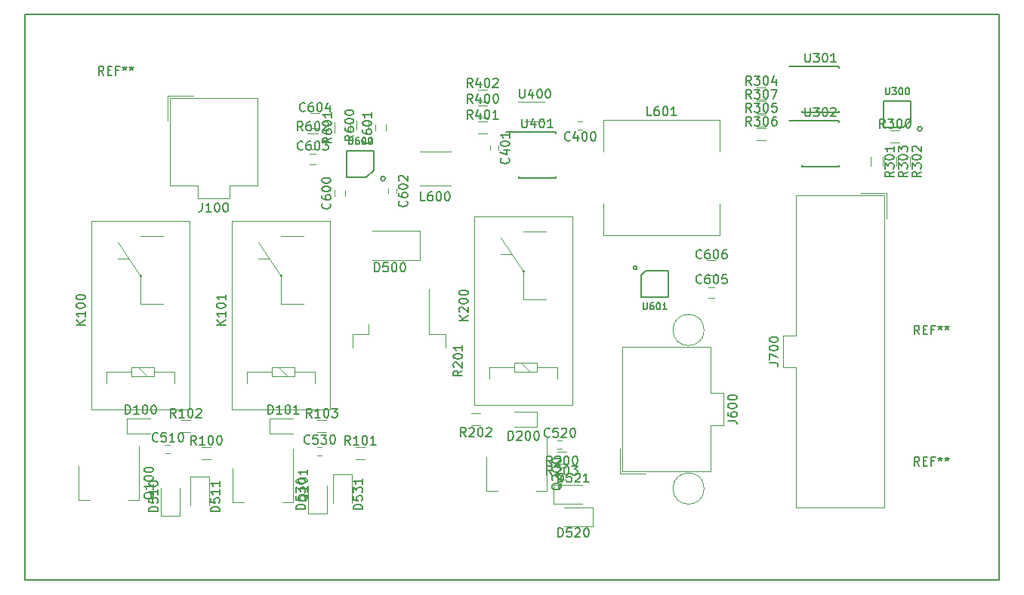
<source format=gbr>
%TF.GenerationSoftware,KiCad,Pcbnew,4.0.7-e2-6376~58~ubuntu16.04.1*%
%TF.CreationDate,2018-07-21T13:50:59-02:30*%
%TF.ProjectId,Battery_Shield,426174746572795F536869656C642E6B,rev?*%
%TF.FileFunction,Legend,Top*%
%FSLAX46Y46*%
G04 Gerber Fmt 4.6, Leading zero omitted, Abs format (unit mm)*
G04 Created by KiCad (PCBNEW 4.0.7-e2-6376~58~ubuntu16.04.1) date Sat Jul 21 13:50:59 2018*
%MOMM*%
%LPD*%
G01*
G04 APERTURE LIST*
%ADD10C,0.100000*%
%ADD11C,0.150000*%
%ADD12C,0.120000*%
%ADD13C,0.203200*%
%ADD14C,0.152400*%
G04 APERTURE END LIST*
D10*
D11*
X228600000Y-66040000D02*
X119380000Y-66040000D01*
X228600000Y-129540000D02*
X228600000Y-66040000D01*
X119380000Y-129540000D02*
X228600000Y-129540000D01*
X119380000Y-66040000D02*
X119380000Y-129540000D01*
D12*
X181360000Y-78956000D02*
X181860000Y-78956000D01*
X181860000Y-78016000D02*
X181360000Y-78016000D01*
X172428000Y-81276000D02*
X172428000Y-80776000D01*
X171488000Y-80776000D02*
X171488000Y-81276000D01*
X135632000Y-114338000D02*
X135132000Y-114338000D01*
X135132000Y-115278000D02*
X135632000Y-115278000D01*
X179574000Y-113830000D02*
X179074000Y-113830000D01*
X179074000Y-114770000D02*
X179574000Y-114770000D01*
X152650000Y-114592000D02*
X152150000Y-114592000D01*
X152150000Y-115532000D02*
X152650000Y-115532000D01*
X155286000Y-85756000D02*
X155286000Y-86456000D01*
X154086000Y-86456000D02*
X154086000Y-85756000D01*
X159858000Y-78390000D02*
X159858000Y-79090000D01*
X158658000Y-79090000D02*
X158658000Y-78390000D01*
X160998000Y-86102000D02*
X160998000Y-85602000D01*
X160058000Y-85602000D02*
X160058000Y-86102000D01*
X151988000Y-82896000D02*
X151288000Y-82896000D01*
X151288000Y-81696000D02*
X151988000Y-81696000D01*
X152392000Y-77128000D02*
X151392000Y-77128000D01*
X151392000Y-78828000D02*
X152392000Y-78828000D01*
X196692000Y-97882000D02*
X195992000Y-97882000D01*
X195992000Y-96682000D02*
X196692000Y-96682000D01*
X196842000Y-93638000D02*
X195842000Y-93638000D01*
X195842000Y-95338000D02*
X196842000Y-95338000D01*
X130834000Y-111418000D02*
X130834000Y-113118000D01*
X130834000Y-113118000D02*
X133384000Y-113118000D01*
X130834000Y-111418000D02*
X133384000Y-111418000D01*
X146836000Y-111418000D02*
X146836000Y-113118000D01*
X146836000Y-113118000D02*
X149386000Y-113118000D01*
X146836000Y-111418000D02*
X149386000Y-111418000D01*
X176760000Y-112356000D02*
X176760000Y-110656000D01*
X176760000Y-110656000D02*
X174210000Y-110656000D01*
X176760000Y-112356000D02*
X174210000Y-112356000D01*
X163674000Y-93598000D02*
X163674000Y-90298000D01*
X163674000Y-90298000D02*
X158274000Y-90298000D01*
X163674000Y-93598000D02*
X158274000Y-93598000D01*
X134576000Y-122342000D02*
X136696000Y-122342000D01*
X134576000Y-119142000D02*
X134576000Y-122342000D01*
X136696000Y-122342000D02*
X136696000Y-119142000D01*
X139998000Y-117942000D02*
X137878000Y-117942000D01*
X139998000Y-121142000D02*
X139998000Y-117942000D01*
X137878000Y-117942000D02*
X137878000Y-121142000D01*
X183048000Y-123488000D02*
X183048000Y-121368000D01*
X179848000Y-123488000D02*
X183048000Y-123488000D01*
X183048000Y-121368000D02*
X179848000Y-121368000D01*
X178648000Y-118828000D02*
X178648000Y-120948000D01*
X181848000Y-118828000D02*
X178648000Y-118828000D01*
X178648000Y-120948000D02*
X181848000Y-120948000D01*
X151086000Y-122088000D02*
X153206000Y-122088000D01*
X151086000Y-118888000D02*
X151086000Y-122088000D01*
X153206000Y-122088000D02*
X153206000Y-118888000D01*
X156000000Y-117688000D02*
X153880000Y-117688000D01*
X156000000Y-120888000D02*
X156000000Y-117688000D01*
X153880000Y-117688000D02*
X153880000Y-120888000D01*
X140530000Y-75374000D02*
X135630000Y-75374000D01*
X135630000Y-75374000D02*
X135630000Y-85274000D01*
X135630000Y-85274000D02*
X138730000Y-85274000D01*
X138730000Y-85274000D02*
X138730000Y-86674000D01*
X138730000Y-86674000D02*
X140530000Y-86674000D01*
X140530000Y-75374000D02*
X145430000Y-75374000D01*
X145430000Y-75374000D02*
X145430000Y-85274000D01*
X145430000Y-85274000D02*
X142330000Y-85274000D01*
X142330000Y-85274000D02*
X142330000Y-86674000D01*
X142330000Y-86674000D02*
X140530000Y-86674000D01*
X138230000Y-75124000D02*
X135380000Y-75124000D01*
X135380000Y-75124000D02*
X135380000Y-77974000D01*
X195512000Y-119254000D02*
G75*
G03X195512000Y-119254000I-1750000J0D01*
G01*
X195512000Y-101454000D02*
G75*
G03X195512000Y-101454000I-1750000J0D01*
G01*
X186372000Y-110354000D02*
X186372000Y-117354000D01*
X186372000Y-117354000D02*
X196272000Y-117354000D01*
X196272000Y-117354000D02*
X196272000Y-112154000D01*
X196272000Y-112154000D02*
X197672000Y-112154000D01*
X197672000Y-112154000D02*
X197672000Y-110354000D01*
X186372000Y-110354000D02*
X186372000Y-103354000D01*
X186372000Y-103354000D02*
X196272000Y-103354000D01*
X196272000Y-103354000D02*
X196272000Y-108554000D01*
X196272000Y-108554000D02*
X197672000Y-108554000D01*
X197672000Y-108554000D02*
X197672000Y-110354000D01*
X186122000Y-114754000D02*
X186122000Y-117604000D01*
X186122000Y-117604000D02*
X188972000Y-117604000D01*
X215710000Y-103854000D02*
X215710000Y-86354000D01*
X215710000Y-86354000D02*
X205810000Y-86354000D01*
X205810000Y-86354000D02*
X205810000Y-102054000D01*
X205810000Y-102054000D02*
X204410000Y-102054000D01*
X204410000Y-102054000D02*
X204410000Y-103854000D01*
X215710000Y-103854000D02*
X215710000Y-121354000D01*
X215710000Y-121354000D02*
X205810000Y-121354000D01*
X205810000Y-121354000D02*
X205810000Y-105654000D01*
X205810000Y-105654000D02*
X204410000Y-105654000D01*
X204410000Y-105654000D02*
X204410000Y-103854000D01*
X215960000Y-88954000D02*
X215960000Y-86104000D01*
X215960000Y-86104000D02*
X213110000Y-86104000D01*
X134874000Y-90932000D02*
X132334000Y-90932000D01*
X132334000Y-95377000D02*
X129794000Y-91567000D01*
X129794000Y-93472000D02*
X131064000Y-93472000D01*
X134874000Y-98552000D02*
X132334000Y-98552000D01*
X132334000Y-98552000D02*
X132334000Y-95377000D01*
X133094000Y-106682000D02*
X132084000Y-105662000D01*
X128524000Y-106172000D02*
X128524000Y-107442000D01*
X131314000Y-106172000D02*
X128524000Y-106172000D01*
X136144000Y-106172000D02*
X133854000Y-106172000D01*
X136144000Y-107442000D02*
X136144000Y-106172000D01*
X133854000Y-106172000D02*
X133854000Y-106682000D01*
X133854000Y-106682000D02*
X131314000Y-106682000D01*
X131314000Y-106682000D02*
X131314000Y-106172000D01*
X131314000Y-106172000D02*
X131314000Y-105662000D01*
X131314000Y-105662000D02*
X133854000Y-105662000D01*
X133854000Y-105662000D02*
X133854000Y-106172000D01*
X137834000Y-110392000D02*
X137834000Y-89252000D01*
X137834000Y-89252000D02*
X126834000Y-89252000D01*
X137834000Y-110392000D02*
X126834000Y-110392000D01*
X126834000Y-110392000D02*
X126834000Y-89252000D01*
X132461000Y-95377000D02*
G75*
G03X132461000Y-95377000I-127000J0D01*
G01*
X150622000Y-90932000D02*
X148082000Y-90932000D01*
X148082000Y-95377000D02*
X145542000Y-91567000D01*
X145542000Y-93472000D02*
X146812000Y-93472000D01*
X150622000Y-98552000D02*
X148082000Y-98552000D01*
X148082000Y-98552000D02*
X148082000Y-95377000D01*
X148842000Y-106682000D02*
X147832000Y-105662000D01*
X144272000Y-106172000D02*
X144272000Y-107442000D01*
X147062000Y-106172000D02*
X144272000Y-106172000D01*
X151892000Y-106172000D02*
X149602000Y-106172000D01*
X151892000Y-107442000D02*
X151892000Y-106172000D01*
X149602000Y-106172000D02*
X149602000Y-106682000D01*
X149602000Y-106682000D02*
X147062000Y-106682000D01*
X147062000Y-106682000D02*
X147062000Y-106172000D01*
X147062000Y-106172000D02*
X147062000Y-105662000D01*
X147062000Y-105662000D02*
X149602000Y-105662000D01*
X149602000Y-105662000D02*
X149602000Y-106172000D01*
X153582000Y-110392000D02*
X153582000Y-89252000D01*
X153582000Y-89252000D02*
X142582000Y-89252000D01*
X153582000Y-110392000D02*
X142582000Y-110392000D01*
X142582000Y-110392000D02*
X142582000Y-89252000D01*
X148209000Y-95377000D02*
G75*
G03X148209000Y-95377000I-127000J0D01*
G01*
X177800000Y-90424000D02*
X175260000Y-90424000D01*
X175260000Y-94869000D02*
X172720000Y-91059000D01*
X172720000Y-92964000D02*
X173990000Y-92964000D01*
X177800000Y-98044000D02*
X175260000Y-98044000D01*
X175260000Y-98044000D02*
X175260000Y-94869000D01*
X176020000Y-106174000D02*
X175010000Y-105154000D01*
X171450000Y-105664000D02*
X171450000Y-106934000D01*
X174240000Y-105664000D02*
X171450000Y-105664000D01*
X179070000Y-105664000D02*
X176780000Y-105664000D01*
X179070000Y-106934000D02*
X179070000Y-105664000D01*
X176780000Y-105664000D02*
X176780000Y-106174000D01*
X176780000Y-106174000D02*
X174240000Y-106174000D01*
X174240000Y-106174000D02*
X174240000Y-105664000D01*
X174240000Y-105664000D02*
X174240000Y-105154000D01*
X174240000Y-105154000D02*
X176780000Y-105154000D01*
X176780000Y-105154000D02*
X176780000Y-105664000D01*
X180760000Y-109884000D02*
X180760000Y-88744000D01*
X180760000Y-88744000D02*
X169760000Y-88744000D01*
X180760000Y-109884000D02*
X169760000Y-109884000D01*
X169760000Y-109884000D02*
X169760000Y-88744000D01*
X175387000Y-94869000D02*
G75*
G03X175387000Y-94869000I-127000J0D01*
G01*
X167084000Y-81432000D02*
X163624000Y-81432000D01*
X167084000Y-85192000D02*
X163624000Y-85192000D01*
X184254000Y-87228000D02*
X184254000Y-90828000D01*
X184254000Y-90828000D02*
X197254000Y-90828000D01*
X197254000Y-90828000D02*
X197254000Y-87228000D01*
X184254000Y-81428000D02*
X184254000Y-77828000D01*
X184254000Y-77828000D02*
X197254000Y-77828000D01*
X197254000Y-77828000D02*
X197254000Y-81428000D01*
X125368000Y-120528000D02*
X126628000Y-120528000D01*
X132188000Y-120528000D02*
X130928000Y-120528000D01*
X125368000Y-116768000D02*
X125368000Y-120528000D01*
X132188000Y-114518000D02*
X132188000Y-120528000D01*
X142640000Y-120782000D02*
X143900000Y-120782000D01*
X149460000Y-120782000D02*
X148200000Y-120782000D01*
X142640000Y-117022000D02*
X142640000Y-120782000D01*
X149460000Y-114772000D02*
X149460000Y-120782000D01*
X171088000Y-119512000D02*
X172348000Y-119512000D01*
X177908000Y-119512000D02*
X176648000Y-119512000D01*
X171088000Y-115752000D02*
X171088000Y-119512000D01*
X177908000Y-113502000D02*
X177908000Y-119512000D01*
X140200000Y-115996000D02*
X139200000Y-115996000D01*
X139200000Y-114636000D02*
X140200000Y-114636000D01*
X157472000Y-115996000D02*
X156472000Y-115996000D01*
X156472000Y-114636000D02*
X157472000Y-114636000D01*
X137914000Y-112948000D02*
X136914000Y-112948000D01*
X136914000Y-111588000D02*
X137914000Y-111588000D01*
X153154000Y-112948000D02*
X152154000Y-112948000D01*
X152154000Y-111588000D02*
X153154000Y-111588000D01*
X180078000Y-118282000D02*
X179078000Y-118282000D01*
X179078000Y-116922000D02*
X180078000Y-116922000D01*
X166490000Y-103452000D02*
X166490000Y-101952000D01*
X166490000Y-101952000D02*
X164680000Y-101952000D01*
X164680000Y-101952000D02*
X164680000Y-96827000D01*
X156090000Y-103452000D02*
X156090000Y-101952000D01*
X156090000Y-101952000D02*
X157900000Y-101952000D01*
X157900000Y-101952000D02*
X157900000Y-100852000D01*
X169426000Y-110826000D02*
X170426000Y-110826000D01*
X170426000Y-112186000D02*
X169426000Y-112186000D01*
X179078000Y-115144000D02*
X180078000Y-115144000D01*
X180078000Y-116504000D02*
X179078000Y-116504000D01*
X217416000Y-80436000D02*
X216416000Y-80436000D01*
X216416000Y-79076000D02*
X217416000Y-79076000D01*
X214204000Y-83050000D02*
X214204000Y-82050000D01*
X215564000Y-82050000D02*
X215564000Y-83050000D01*
X217252000Y-83050000D02*
X217252000Y-82050000D01*
X218612000Y-82050000D02*
X218612000Y-83050000D01*
X215728000Y-83050000D02*
X215728000Y-82050000D01*
X217088000Y-82050000D02*
X217088000Y-83050000D01*
X202430000Y-75610000D02*
X201430000Y-75610000D01*
X201430000Y-74250000D02*
X202430000Y-74250000D01*
X202430000Y-78658000D02*
X201430000Y-78658000D01*
X201430000Y-77298000D02*
X202430000Y-77298000D01*
X202430000Y-80182000D02*
X201430000Y-80182000D01*
X201430000Y-78822000D02*
X202430000Y-78822000D01*
X202430000Y-77134000D02*
X201430000Y-77134000D01*
X201430000Y-75774000D02*
X202430000Y-75774000D01*
X171188000Y-77642000D02*
X170188000Y-77642000D01*
X170188000Y-76282000D02*
X171188000Y-76282000D01*
X171188000Y-79420000D02*
X170188000Y-79420000D01*
X170188000Y-78060000D02*
X171188000Y-78060000D01*
X171188000Y-75864000D02*
X170188000Y-75864000D01*
X170188000Y-74504000D02*
X171188000Y-74504000D01*
X157906000Y-77986000D02*
X157906000Y-78986000D01*
X156546000Y-78986000D02*
X156546000Y-77986000D01*
X155820000Y-78140000D02*
X155820000Y-79340000D01*
X154060000Y-79340000D02*
X154060000Y-78140000D01*
X152238000Y-81144000D02*
X151038000Y-81144000D01*
X151038000Y-79384000D02*
X152238000Y-79384000D01*
D13*
X219964000Y-78867000D02*
G75*
G03X219964000Y-78867000I-254000J0D01*
G01*
X218670000Y-77716000D02*
X218670000Y-77916000D01*
X218670000Y-77916000D02*
X217870000Y-78716000D01*
X217870000Y-78716000D02*
X217670000Y-78716000D01*
X218670000Y-75716000D02*
X218670000Y-77716000D01*
X218670000Y-75716000D02*
X215670000Y-75716000D01*
X215670000Y-75716000D02*
X215670000Y-78716000D01*
X215670000Y-78716000D02*
X217670000Y-78716000D01*
D11*
X206459000Y-71847000D02*
X206459000Y-71897000D01*
X210609000Y-71847000D02*
X210609000Y-71992000D01*
X210609000Y-76997000D02*
X210609000Y-76852000D01*
X206459000Y-76997000D02*
X206459000Y-76852000D01*
X206459000Y-71847000D02*
X210609000Y-71847000D01*
X206459000Y-76997000D02*
X210609000Y-76997000D01*
X206459000Y-71897000D02*
X205059000Y-71897000D01*
X206459000Y-77943000D02*
X206459000Y-77993000D01*
X210609000Y-77943000D02*
X210609000Y-78088000D01*
X210609000Y-83093000D02*
X210609000Y-82948000D01*
X206459000Y-83093000D02*
X206459000Y-82948000D01*
X206459000Y-77943000D02*
X210609000Y-77943000D01*
X206459000Y-83093000D02*
X210609000Y-83093000D01*
X206459000Y-77993000D02*
X205059000Y-77993000D01*
D12*
X177630000Y-78062000D02*
X175430000Y-78062000D01*
X177630000Y-75862000D02*
X174630000Y-75862000D01*
D11*
X174709000Y-79213000D02*
X174709000Y-79263000D01*
X178859000Y-79213000D02*
X178859000Y-79358000D01*
X178859000Y-84363000D02*
X178859000Y-84218000D01*
X174709000Y-84363000D02*
X174709000Y-84218000D01*
X174709000Y-79213000D02*
X178859000Y-79213000D01*
X174709000Y-84363000D02*
X178859000Y-84363000D01*
X174709000Y-79263000D02*
X173309000Y-79263000D01*
D13*
X159766000Y-84455000D02*
G75*
G03X159766000Y-84455000I-254000J0D01*
G01*
X158472000Y-83304000D02*
X158472000Y-83504000D01*
X158472000Y-83504000D02*
X157672000Y-84304000D01*
X157672000Y-84304000D02*
X157472000Y-84304000D01*
X158472000Y-81304000D02*
X158472000Y-83304000D01*
X158472000Y-81304000D02*
X155472000Y-81304000D01*
X155472000Y-81304000D02*
X155472000Y-84304000D01*
X155472000Y-84304000D02*
X157472000Y-84304000D01*
X187992000Y-94466000D02*
G75*
G03X187992000Y-94466000I-200000J0D01*
G01*
X188992000Y-94766000D02*
X191492000Y-94766000D01*
X188492000Y-95266000D02*
X188492000Y-97766000D01*
X188992000Y-94766000D02*
X188492000Y-95266000D01*
X188492000Y-97766000D02*
X191492000Y-97766000D01*
X191492000Y-97766000D02*
X191492000Y-94766000D01*
D11*
X180490953Y-80113143D02*
X180443334Y-80160762D01*
X180300477Y-80208381D01*
X180205239Y-80208381D01*
X180062381Y-80160762D01*
X179967143Y-80065524D01*
X179919524Y-79970286D01*
X179871905Y-79779810D01*
X179871905Y-79636952D01*
X179919524Y-79446476D01*
X179967143Y-79351238D01*
X180062381Y-79256000D01*
X180205239Y-79208381D01*
X180300477Y-79208381D01*
X180443334Y-79256000D01*
X180490953Y-79303619D01*
X181348096Y-79541714D02*
X181348096Y-80208381D01*
X181110000Y-79160762D02*
X180871905Y-79875048D01*
X181490953Y-79875048D01*
X182062381Y-79208381D02*
X182157620Y-79208381D01*
X182252858Y-79256000D01*
X182300477Y-79303619D01*
X182348096Y-79398857D01*
X182395715Y-79589333D01*
X182395715Y-79827429D01*
X182348096Y-80017905D01*
X182300477Y-80113143D01*
X182252858Y-80160762D01*
X182157620Y-80208381D01*
X182062381Y-80208381D01*
X181967143Y-80160762D01*
X181919524Y-80113143D01*
X181871905Y-80017905D01*
X181824286Y-79827429D01*
X181824286Y-79589333D01*
X181871905Y-79398857D01*
X181919524Y-79303619D01*
X181967143Y-79256000D01*
X182062381Y-79208381D01*
X183014762Y-79208381D02*
X183110001Y-79208381D01*
X183205239Y-79256000D01*
X183252858Y-79303619D01*
X183300477Y-79398857D01*
X183348096Y-79589333D01*
X183348096Y-79827429D01*
X183300477Y-80017905D01*
X183252858Y-80113143D01*
X183205239Y-80160762D01*
X183110001Y-80208381D01*
X183014762Y-80208381D01*
X182919524Y-80160762D01*
X182871905Y-80113143D01*
X182824286Y-80017905D01*
X182776667Y-79827429D01*
X182776667Y-79589333D01*
X182824286Y-79398857D01*
X182871905Y-79303619D01*
X182919524Y-79256000D01*
X183014762Y-79208381D01*
X173585143Y-82145047D02*
X173632762Y-82192666D01*
X173680381Y-82335523D01*
X173680381Y-82430761D01*
X173632762Y-82573619D01*
X173537524Y-82668857D01*
X173442286Y-82716476D01*
X173251810Y-82764095D01*
X173108952Y-82764095D01*
X172918476Y-82716476D01*
X172823238Y-82668857D01*
X172728000Y-82573619D01*
X172680381Y-82430761D01*
X172680381Y-82335523D01*
X172728000Y-82192666D01*
X172775619Y-82145047D01*
X173013714Y-81287904D02*
X173680381Y-81287904D01*
X172632762Y-81526000D02*
X173347048Y-81764095D01*
X173347048Y-81145047D01*
X172680381Y-80573619D02*
X172680381Y-80478380D01*
X172728000Y-80383142D01*
X172775619Y-80335523D01*
X172870857Y-80287904D01*
X173061333Y-80240285D01*
X173299429Y-80240285D01*
X173489905Y-80287904D01*
X173585143Y-80335523D01*
X173632762Y-80383142D01*
X173680381Y-80478380D01*
X173680381Y-80573619D01*
X173632762Y-80668857D01*
X173585143Y-80716476D01*
X173489905Y-80764095D01*
X173299429Y-80811714D01*
X173061333Y-80811714D01*
X172870857Y-80764095D01*
X172775619Y-80716476D01*
X172728000Y-80668857D01*
X172680381Y-80573619D01*
X173680381Y-79287904D02*
X173680381Y-79859333D01*
X173680381Y-79573619D02*
X172680381Y-79573619D01*
X172823238Y-79668857D01*
X172918476Y-79764095D01*
X172966095Y-79859333D01*
X134262953Y-113895143D02*
X134215334Y-113942762D01*
X134072477Y-113990381D01*
X133977239Y-113990381D01*
X133834381Y-113942762D01*
X133739143Y-113847524D01*
X133691524Y-113752286D01*
X133643905Y-113561810D01*
X133643905Y-113418952D01*
X133691524Y-113228476D01*
X133739143Y-113133238D01*
X133834381Y-113038000D01*
X133977239Y-112990381D01*
X134072477Y-112990381D01*
X134215334Y-113038000D01*
X134262953Y-113085619D01*
X135167715Y-112990381D02*
X134691524Y-112990381D01*
X134643905Y-113466571D01*
X134691524Y-113418952D01*
X134786762Y-113371333D01*
X135024858Y-113371333D01*
X135120096Y-113418952D01*
X135167715Y-113466571D01*
X135215334Y-113561810D01*
X135215334Y-113799905D01*
X135167715Y-113895143D01*
X135120096Y-113942762D01*
X135024858Y-113990381D01*
X134786762Y-113990381D01*
X134691524Y-113942762D01*
X134643905Y-113895143D01*
X136167715Y-113990381D02*
X135596286Y-113990381D01*
X135882000Y-113990381D02*
X135882000Y-112990381D01*
X135786762Y-113133238D01*
X135691524Y-113228476D01*
X135596286Y-113276095D01*
X136786762Y-112990381D02*
X136882001Y-112990381D01*
X136977239Y-113038000D01*
X137024858Y-113085619D01*
X137072477Y-113180857D01*
X137120096Y-113371333D01*
X137120096Y-113609429D01*
X137072477Y-113799905D01*
X137024858Y-113895143D01*
X136977239Y-113942762D01*
X136882001Y-113990381D01*
X136786762Y-113990381D01*
X136691524Y-113942762D01*
X136643905Y-113895143D01*
X136596286Y-113799905D01*
X136548667Y-113609429D01*
X136548667Y-113371333D01*
X136596286Y-113180857D01*
X136643905Y-113085619D01*
X136691524Y-113038000D01*
X136786762Y-112990381D01*
X178204953Y-113387143D02*
X178157334Y-113434762D01*
X178014477Y-113482381D01*
X177919239Y-113482381D01*
X177776381Y-113434762D01*
X177681143Y-113339524D01*
X177633524Y-113244286D01*
X177585905Y-113053810D01*
X177585905Y-112910952D01*
X177633524Y-112720476D01*
X177681143Y-112625238D01*
X177776381Y-112530000D01*
X177919239Y-112482381D01*
X178014477Y-112482381D01*
X178157334Y-112530000D01*
X178204953Y-112577619D01*
X179109715Y-112482381D02*
X178633524Y-112482381D01*
X178585905Y-112958571D01*
X178633524Y-112910952D01*
X178728762Y-112863333D01*
X178966858Y-112863333D01*
X179062096Y-112910952D01*
X179109715Y-112958571D01*
X179157334Y-113053810D01*
X179157334Y-113291905D01*
X179109715Y-113387143D01*
X179062096Y-113434762D01*
X178966858Y-113482381D01*
X178728762Y-113482381D01*
X178633524Y-113434762D01*
X178585905Y-113387143D01*
X179538286Y-112577619D02*
X179585905Y-112530000D01*
X179681143Y-112482381D01*
X179919239Y-112482381D01*
X180014477Y-112530000D01*
X180062096Y-112577619D01*
X180109715Y-112672857D01*
X180109715Y-112768095D01*
X180062096Y-112910952D01*
X179490667Y-113482381D01*
X180109715Y-113482381D01*
X180728762Y-112482381D02*
X180824001Y-112482381D01*
X180919239Y-112530000D01*
X180966858Y-112577619D01*
X181014477Y-112672857D01*
X181062096Y-112863333D01*
X181062096Y-113101429D01*
X181014477Y-113291905D01*
X180966858Y-113387143D01*
X180919239Y-113434762D01*
X180824001Y-113482381D01*
X180728762Y-113482381D01*
X180633524Y-113434762D01*
X180585905Y-113387143D01*
X180538286Y-113291905D01*
X180490667Y-113101429D01*
X180490667Y-112863333D01*
X180538286Y-112672857D01*
X180585905Y-112577619D01*
X180633524Y-112530000D01*
X180728762Y-112482381D01*
X151280953Y-114149143D02*
X151233334Y-114196762D01*
X151090477Y-114244381D01*
X150995239Y-114244381D01*
X150852381Y-114196762D01*
X150757143Y-114101524D01*
X150709524Y-114006286D01*
X150661905Y-113815810D01*
X150661905Y-113672952D01*
X150709524Y-113482476D01*
X150757143Y-113387238D01*
X150852381Y-113292000D01*
X150995239Y-113244381D01*
X151090477Y-113244381D01*
X151233334Y-113292000D01*
X151280953Y-113339619D01*
X152185715Y-113244381D02*
X151709524Y-113244381D01*
X151661905Y-113720571D01*
X151709524Y-113672952D01*
X151804762Y-113625333D01*
X152042858Y-113625333D01*
X152138096Y-113672952D01*
X152185715Y-113720571D01*
X152233334Y-113815810D01*
X152233334Y-114053905D01*
X152185715Y-114149143D01*
X152138096Y-114196762D01*
X152042858Y-114244381D01*
X151804762Y-114244381D01*
X151709524Y-114196762D01*
X151661905Y-114149143D01*
X152566667Y-113244381D02*
X153185715Y-113244381D01*
X152852381Y-113625333D01*
X152995239Y-113625333D01*
X153090477Y-113672952D01*
X153138096Y-113720571D01*
X153185715Y-113815810D01*
X153185715Y-114053905D01*
X153138096Y-114149143D01*
X153090477Y-114196762D01*
X152995239Y-114244381D01*
X152709524Y-114244381D01*
X152614286Y-114196762D01*
X152566667Y-114149143D01*
X153804762Y-113244381D02*
X153900001Y-113244381D01*
X153995239Y-113292000D01*
X154042858Y-113339619D01*
X154090477Y-113434857D01*
X154138096Y-113625333D01*
X154138096Y-113863429D01*
X154090477Y-114053905D01*
X154042858Y-114149143D01*
X153995239Y-114196762D01*
X153900001Y-114244381D01*
X153804762Y-114244381D01*
X153709524Y-114196762D01*
X153661905Y-114149143D01*
X153614286Y-114053905D01*
X153566667Y-113863429D01*
X153566667Y-113625333D01*
X153614286Y-113434857D01*
X153661905Y-113339619D01*
X153709524Y-113292000D01*
X153804762Y-113244381D01*
X153543143Y-87225047D02*
X153590762Y-87272666D01*
X153638381Y-87415523D01*
X153638381Y-87510761D01*
X153590762Y-87653619D01*
X153495524Y-87748857D01*
X153400286Y-87796476D01*
X153209810Y-87844095D01*
X153066952Y-87844095D01*
X152876476Y-87796476D01*
X152781238Y-87748857D01*
X152686000Y-87653619D01*
X152638381Y-87510761D01*
X152638381Y-87415523D01*
X152686000Y-87272666D01*
X152733619Y-87225047D01*
X152638381Y-86367904D02*
X152638381Y-86558381D01*
X152686000Y-86653619D01*
X152733619Y-86701238D01*
X152876476Y-86796476D01*
X153066952Y-86844095D01*
X153447905Y-86844095D01*
X153543143Y-86796476D01*
X153590762Y-86748857D01*
X153638381Y-86653619D01*
X153638381Y-86463142D01*
X153590762Y-86367904D01*
X153543143Y-86320285D01*
X153447905Y-86272666D01*
X153209810Y-86272666D01*
X153114571Y-86320285D01*
X153066952Y-86367904D01*
X153019333Y-86463142D01*
X153019333Y-86653619D01*
X153066952Y-86748857D01*
X153114571Y-86796476D01*
X153209810Y-86844095D01*
X152638381Y-85653619D02*
X152638381Y-85558380D01*
X152686000Y-85463142D01*
X152733619Y-85415523D01*
X152828857Y-85367904D01*
X153019333Y-85320285D01*
X153257429Y-85320285D01*
X153447905Y-85367904D01*
X153543143Y-85415523D01*
X153590762Y-85463142D01*
X153638381Y-85558380D01*
X153638381Y-85653619D01*
X153590762Y-85748857D01*
X153543143Y-85796476D01*
X153447905Y-85844095D01*
X153257429Y-85891714D01*
X153019333Y-85891714D01*
X152828857Y-85844095D01*
X152733619Y-85796476D01*
X152686000Y-85748857D01*
X152638381Y-85653619D01*
X152638381Y-84701238D02*
X152638381Y-84605999D01*
X152686000Y-84510761D01*
X152733619Y-84463142D01*
X152828857Y-84415523D01*
X153019333Y-84367904D01*
X153257429Y-84367904D01*
X153447905Y-84415523D01*
X153543143Y-84463142D01*
X153590762Y-84510761D01*
X153638381Y-84605999D01*
X153638381Y-84701238D01*
X153590762Y-84796476D01*
X153543143Y-84844095D01*
X153447905Y-84891714D01*
X153257429Y-84939333D01*
X153019333Y-84939333D01*
X152828857Y-84891714D01*
X152733619Y-84844095D01*
X152686000Y-84796476D01*
X152638381Y-84701238D01*
X158115143Y-79859047D02*
X158162762Y-79906666D01*
X158210381Y-80049523D01*
X158210381Y-80144761D01*
X158162762Y-80287619D01*
X158067524Y-80382857D01*
X157972286Y-80430476D01*
X157781810Y-80478095D01*
X157638952Y-80478095D01*
X157448476Y-80430476D01*
X157353238Y-80382857D01*
X157258000Y-80287619D01*
X157210381Y-80144761D01*
X157210381Y-80049523D01*
X157258000Y-79906666D01*
X157305619Y-79859047D01*
X157210381Y-79001904D02*
X157210381Y-79192381D01*
X157258000Y-79287619D01*
X157305619Y-79335238D01*
X157448476Y-79430476D01*
X157638952Y-79478095D01*
X158019905Y-79478095D01*
X158115143Y-79430476D01*
X158162762Y-79382857D01*
X158210381Y-79287619D01*
X158210381Y-79097142D01*
X158162762Y-79001904D01*
X158115143Y-78954285D01*
X158019905Y-78906666D01*
X157781810Y-78906666D01*
X157686571Y-78954285D01*
X157638952Y-79001904D01*
X157591333Y-79097142D01*
X157591333Y-79287619D01*
X157638952Y-79382857D01*
X157686571Y-79430476D01*
X157781810Y-79478095D01*
X157210381Y-78287619D02*
X157210381Y-78192380D01*
X157258000Y-78097142D01*
X157305619Y-78049523D01*
X157400857Y-78001904D01*
X157591333Y-77954285D01*
X157829429Y-77954285D01*
X158019905Y-78001904D01*
X158115143Y-78049523D01*
X158162762Y-78097142D01*
X158210381Y-78192380D01*
X158210381Y-78287619D01*
X158162762Y-78382857D01*
X158115143Y-78430476D01*
X158019905Y-78478095D01*
X157829429Y-78525714D01*
X157591333Y-78525714D01*
X157400857Y-78478095D01*
X157305619Y-78430476D01*
X157258000Y-78382857D01*
X157210381Y-78287619D01*
X158210381Y-77001904D02*
X158210381Y-77573333D01*
X158210381Y-77287619D02*
X157210381Y-77287619D01*
X157353238Y-77382857D01*
X157448476Y-77478095D01*
X157496095Y-77573333D01*
X162155143Y-86971047D02*
X162202762Y-87018666D01*
X162250381Y-87161523D01*
X162250381Y-87256761D01*
X162202762Y-87399619D01*
X162107524Y-87494857D01*
X162012286Y-87542476D01*
X161821810Y-87590095D01*
X161678952Y-87590095D01*
X161488476Y-87542476D01*
X161393238Y-87494857D01*
X161298000Y-87399619D01*
X161250381Y-87256761D01*
X161250381Y-87161523D01*
X161298000Y-87018666D01*
X161345619Y-86971047D01*
X161250381Y-86113904D02*
X161250381Y-86304381D01*
X161298000Y-86399619D01*
X161345619Y-86447238D01*
X161488476Y-86542476D01*
X161678952Y-86590095D01*
X162059905Y-86590095D01*
X162155143Y-86542476D01*
X162202762Y-86494857D01*
X162250381Y-86399619D01*
X162250381Y-86209142D01*
X162202762Y-86113904D01*
X162155143Y-86066285D01*
X162059905Y-86018666D01*
X161821810Y-86018666D01*
X161726571Y-86066285D01*
X161678952Y-86113904D01*
X161631333Y-86209142D01*
X161631333Y-86399619D01*
X161678952Y-86494857D01*
X161726571Y-86542476D01*
X161821810Y-86590095D01*
X161250381Y-85399619D02*
X161250381Y-85304380D01*
X161298000Y-85209142D01*
X161345619Y-85161523D01*
X161440857Y-85113904D01*
X161631333Y-85066285D01*
X161869429Y-85066285D01*
X162059905Y-85113904D01*
X162155143Y-85161523D01*
X162202762Y-85209142D01*
X162250381Y-85304380D01*
X162250381Y-85399619D01*
X162202762Y-85494857D01*
X162155143Y-85542476D01*
X162059905Y-85590095D01*
X161869429Y-85637714D01*
X161631333Y-85637714D01*
X161440857Y-85590095D01*
X161345619Y-85542476D01*
X161298000Y-85494857D01*
X161250381Y-85399619D01*
X161345619Y-84685333D02*
X161298000Y-84637714D01*
X161250381Y-84542476D01*
X161250381Y-84304380D01*
X161298000Y-84209142D01*
X161345619Y-84161523D01*
X161440857Y-84113904D01*
X161536095Y-84113904D01*
X161678952Y-84161523D01*
X162250381Y-84732952D01*
X162250381Y-84113904D01*
X150518953Y-81153143D02*
X150471334Y-81200762D01*
X150328477Y-81248381D01*
X150233239Y-81248381D01*
X150090381Y-81200762D01*
X149995143Y-81105524D01*
X149947524Y-81010286D01*
X149899905Y-80819810D01*
X149899905Y-80676952D01*
X149947524Y-80486476D01*
X149995143Y-80391238D01*
X150090381Y-80296000D01*
X150233239Y-80248381D01*
X150328477Y-80248381D01*
X150471334Y-80296000D01*
X150518953Y-80343619D01*
X151376096Y-80248381D02*
X151185619Y-80248381D01*
X151090381Y-80296000D01*
X151042762Y-80343619D01*
X150947524Y-80486476D01*
X150899905Y-80676952D01*
X150899905Y-81057905D01*
X150947524Y-81153143D01*
X150995143Y-81200762D01*
X151090381Y-81248381D01*
X151280858Y-81248381D01*
X151376096Y-81200762D01*
X151423715Y-81153143D01*
X151471334Y-81057905D01*
X151471334Y-80819810D01*
X151423715Y-80724571D01*
X151376096Y-80676952D01*
X151280858Y-80629333D01*
X151090381Y-80629333D01*
X150995143Y-80676952D01*
X150947524Y-80724571D01*
X150899905Y-80819810D01*
X152090381Y-80248381D02*
X152185620Y-80248381D01*
X152280858Y-80296000D01*
X152328477Y-80343619D01*
X152376096Y-80438857D01*
X152423715Y-80629333D01*
X152423715Y-80867429D01*
X152376096Y-81057905D01*
X152328477Y-81153143D01*
X152280858Y-81200762D01*
X152185620Y-81248381D01*
X152090381Y-81248381D01*
X151995143Y-81200762D01*
X151947524Y-81153143D01*
X151899905Y-81057905D01*
X151852286Y-80867429D01*
X151852286Y-80629333D01*
X151899905Y-80438857D01*
X151947524Y-80343619D01*
X151995143Y-80296000D01*
X152090381Y-80248381D01*
X152757048Y-80248381D02*
X153376096Y-80248381D01*
X153042762Y-80629333D01*
X153185620Y-80629333D01*
X153280858Y-80676952D01*
X153328477Y-80724571D01*
X153376096Y-80819810D01*
X153376096Y-81057905D01*
X153328477Y-81153143D01*
X153280858Y-81200762D01*
X153185620Y-81248381D01*
X152899905Y-81248381D01*
X152804667Y-81200762D01*
X152757048Y-81153143D01*
X150772953Y-76835143D02*
X150725334Y-76882762D01*
X150582477Y-76930381D01*
X150487239Y-76930381D01*
X150344381Y-76882762D01*
X150249143Y-76787524D01*
X150201524Y-76692286D01*
X150153905Y-76501810D01*
X150153905Y-76358952D01*
X150201524Y-76168476D01*
X150249143Y-76073238D01*
X150344381Y-75978000D01*
X150487239Y-75930381D01*
X150582477Y-75930381D01*
X150725334Y-75978000D01*
X150772953Y-76025619D01*
X151630096Y-75930381D02*
X151439619Y-75930381D01*
X151344381Y-75978000D01*
X151296762Y-76025619D01*
X151201524Y-76168476D01*
X151153905Y-76358952D01*
X151153905Y-76739905D01*
X151201524Y-76835143D01*
X151249143Y-76882762D01*
X151344381Y-76930381D01*
X151534858Y-76930381D01*
X151630096Y-76882762D01*
X151677715Y-76835143D01*
X151725334Y-76739905D01*
X151725334Y-76501810D01*
X151677715Y-76406571D01*
X151630096Y-76358952D01*
X151534858Y-76311333D01*
X151344381Y-76311333D01*
X151249143Y-76358952D01*
X151201524Y-76406571D01*
X151153905Y-76501810D01*
X152344381Y-75930381D02*
X152439620Y-75930381D01*
X152534858Y-75978000D01*
X152582477Y-76025619D01*
X152630096Y-76120857D01*
X152677715Y-76311333D01*
X152677715Y-76549429D01*
X152630096Y-76739905D01*
X152582477Y-76835143D01*
X152534858Y-76882762D01*
X152439620Y-76930381D01*
X152344381Y-76930381D01*
X152249143Y-76882762D01*
X152201524Y-76835143D01*
X152153905Y-76739905D01*
X152106286Y-76549429D01*
X152106286Y-76311333D01*
X152153905Y-76120857D01*
X152201524Y-76025619D01*
X152249143Y-75978000D01*
X152344381Y-75930381D01*
X153534858Y-76263714D02*
X153534858Y-76930381D01*
X153296762Y-75882762D02*
X153058667Y-76597048D01*
X153677715Y-76597048D01*
X195222953Y-96139143D02*
X195175334Y-96186762D01*
X195032477Y-96234381D01*
X194937239Y-96234381D01*
X194794381Y-96186762D01*
X194699143Y-96091524D01*
X194651524Y-95996286D01*
X194603905Y-95805810D01*
X194603905Y-95662952D01*
X194651524Y-95472476D01*
X194699143Y-95377238D01*
X194794381Y-95282000D01*
X194937239Y-95234381D01*
X195032477Y-95234381D01*
X195175334Y-95282000D01*
X195222953Y-95329619D01*
X196080096Y-95234381D02*
X195889619Y-95234381D01*
X195794381Y-95282000D01*
X195746762Y-95329619D01*
X195651524Y-95472476D01*
X195603905Y-95662952D01*
X195603905Y-96043905D01*
X195651524Y-96139143D01*
X195699143Y-96186762D01*
X195794381Y-96234381D01*
X195984858Y-96234381D01*
X196080096Y-96186762D01*
X196127715Y-96139143D01*
X196175334Y-96043905D01*
X196175334Y-95805810D01*
X196127715Y-95710571D01*
X196080096Y-95662952D01*
X195984858Y-95615333D01*
X195794381Y-95615333D01*
X195699143Y-95662952D01*
X195651524Y-95710571D01*
X195603905Y-95805810D01*
X196794381Y-95234381D02*
X196889620Y-95234381D01*
X196984858Y-95282000D01*
X197032477Y-95329619D01*
X197080096Y-95424857D01*
X197127715Y-95615333D01*
X197127715Y-95853429D01*
X197080096Y-96043905D01*
X197032477Y-96139143D01*
X196984858Y-96186762D01*
X196889620Y-96234381D01*
X196794381Y-96234381D01*
X196699143Y-96186762D01*
X196651524Y-96139143D01*
X196603905Y-96043905D01*
X196556286Y-95853429D01*
X196556286Y-95615333D01*
X196603905Y-95424857D01*
X196651524Y-95329619D01*
X196699143Y-95282000D01*
X196794381Y-95234381D01*
X198032477Y-95234381D02*
X197556286Y-95234381D01*
X197508667Y-95710571D01*
X197556286Y-95662952D01*
X197651524Y-95615333D01*
X197889620Y-95615333D01*
X197984858Y-95662952D01*
X198032477Y-95710571D01*
X198080096Y-95805810D01*
X198080096Y-96043905D01*
X198032477Y-96139143D01*
X197984858Y-96186762D01*
X197889620Y-96234381D01*
X197651524Y-96234381D01*
X197556286Y-96186762D01*
X197508667Y-96139143D01*
X195222953Y-93345143D02*
X195175334Y-93392762D01*
X195032477Y-93440381D01*
X194937239Y-93440381D01*
X194794381Y-93392762D01*
X194699143Y-93297524D01*
X194651524Y-93202286D01*
X194603905Y-93011810D01*
X194603905Y-92868952D01*
X194651524Y-92678476D01*
X194699143Y-92583238D01*
X194794381Y-92488000D01*
X194937239Y-92440381D01*
X195032477Y-92440381D01*
X195175334Y-92488000D01*
X195222953Y-92535619D01*
X196080096Y-92440381D02*
X195889619Y-92440381D01*
X195794381Y-92488000D01*
X195746762Y-92535619D01*
X195651524Y-92678476D01*
X195603905Y-92868952D01*
X195603905Y-93249905D01*
X195651524Y-93345143D01*
X195699143Y-93392762D01*
X195794381Y-93440381D01*
X195984858Y-93440381D01*
X196080096Y-93392762D01*
X196127715Y-93345143D01*
X196175334Y-93249905D01*
X196175334Y-93011810D01*
X196127715Y-92916571D01*
X196080096Y-92868952D01*
X195984858Y-92821333D01*
X195794381Y-92821333D01*
X195699143Y-92868952D01*
X195651524Y-92916571D01*
X195603905Y-93011810D01*
X196794381Y-92440381D02*
X196889620Y-92440381D01*
X196984858Y-92488000D01*
X197032477Y-92535619D01*
X197080096Y-92630857D01*
X197127715Y-92821333D01*
X197127715Y-93059429D01*
X197080096Y-93249905D01*
X197032477Y-93345143D01*
X196984858Y-93392762D01*
X196889620Y-93440381D01*
X196794381Y-93440381D01*
X196699143Y-93392762D01*
X196651524Y-93345143D01*
X196603905Y-93249905D01*
X196556286Y-93059429D01*
X196556286Y-92821333D01*
X196603905Y-92630857D01*
X196651524Y-92535619D01*
X196699143Y-92488000D01*
X196794381Y-92440381D01*
X197984858Y-92440381D02*
X197794381Y-92440381D01*
X197699143Y-92488000D01*
X197651524Y-92535619D01*
X197556286Y-92678476D01*
X197508667Y-92868952D01*
X197508667Y-93249905D01*
X197556286Y-93345143D01*
X197603905Y-93392762D01*
X197699143Y-93440381D01*
X197889620Y-93440381D01*
X197984858Y-93392762D01*
X198032477Y-93345143D01*
X198080096Y-93249905D01*
X198080096Y-93011810D01*
X198032477Y-92916571D01*
X197984858Y-92868952D01*
X197889620Y-92821333D01*
X197699143Y-92821333D01*
X197603905Y-92868952D01*
X197556286Y-92916571D01*
X197508667Y-93011810D01*
X130643524Y-110870381D02*
X130643524Y-109870381D01*
X130881619Y-109870381D01*
X131024477Y-109918000D01*
X131119715Y-110013238D01*
X131167334Y-110108476D01*
X131214953Y-110298952D01*
X131214953Y-110441810D01*
X131167334Y-110632286D01*
X131119715Y-110727524D01*
X131024477Y-110822762D01*
X130881619Y-110870381D01*
X130643524Y-110870381D01*
X132167334Y-110870381D02*
X131595905Y-110870381D01*
X131881619Y-110870381D02*
X131881619Y-109870381D01*
X131786381Y-110013238D01*
X131691143Y-110108476D01*
X131595905Y-110156095D01*
X132786381Y-109870381D02*
X132881620Y-109870381D01*
X132976858Y-109918000D01*
X133024477Y-109965619D01*
X133072096Y-110060857D01*
X133119715Y-110251333D01*
X133119715Y-110489429D01*
X133072096Y-110679905D01*
X133024477Y-110775143D01*
X132976858Y-110822762D01*
X132881620Y-110870381D01*
X132786381Y-110870381D01*
X132691143Y-110822762D01*
X132643524Y-110775143D01*
X132595905Y-110679905D01*
X132548286Y-110489429D01*
X132548286Y-110251333D01*
X132595905Y-110060857D01*
X132643524Y-109965619D01*
X132691143Y-109918000D01*
X132786381Y-109870381D01*
X133738762Y-109870381D02*
X133834001Y-109870381D01*
X133929239Y-109918000D01*
X133976858Y-109965619D01*
X134024477Y-110060857D01*
X134072096Y-110251333D01*
X134072096Y-110489429D01*
X134024477Y-110679905D01*
X133976858Y-110775143D01*
X133929239Y-110822762D01*
X133834001Y-110870381D01*
X133738762Y-110870381D01*
X133643524Y-110822762D01*
X133595905Y-110775143D01*
X133548286Y-110679905D01*
X133500667Y-110489429D01*
X133500667Y-110251333D01*
X133548286Y-110060857D01*
X133595905Y-109965619D01*
X133643524Y-109918000D01*
X133738762Y-109870381D01*
X146645524Y-110870381D02*
X146645524Y-109870381D01*
X146883619Y-109870381D01*
X147026477Y-109918000D01*
X147121715Y-110013238D01*
X147169334Y-110108476D01*
X147216953Y-110298952D01*
X147216953Y-110441810D01*
X147169334Y-110632286D01*
X147121715Y-110727524D01*
X147026477Y-110822762D01*
X146883619Y-110870381D01*
X146645524Y-110870381D01*
X148169334Y-110870381D02*
X147597905Y-110870381D01*
X147883619Y-110870381D02*
X147883619Y-109870381D01*
X147788381Y-110013238D01*
X147693143Y-110108476D01*
X147597905Y-110156095D01*
X148788381Y-109870381D02*
X148883620Y-109870381D01*
X148978858Y-109918000D01*
X149026477Y-109965619D01*
X149074096Y-110060857D01*
X149121715Y-110251333D01*
X149121715Y-110489429D01*
X149074096Y-110679905D01*
X149026477Y-110775143D01*
X148978858Y-110822762D01*
X148883620Y-110870381D01*
X148788381Y-110870381D01*
X148693143Y-110822762D01*
X148645524Y-110775143D01*
X148597905Y-110679905D01*
X148550286Y-110489429D01*
X148550286Y-110251333D01*
X148597905Y-110060857D01*
X148645524Y-109965619D01*
X148693143Y-109918000D01*
X148788381Y-109870381D01*
X150074096Y-110870381D02*
X149502667Y-110870381D01*
X149788381Y-110870381D02*
X149788381Y-109870381D01*
X149693143Y-110013238D01*
X149597905Y-110108476D01*
X149502667Y-110156095D01*
X173569524Y-113808381D02*
X173569524Y-112808381D01*
X173807619Y-112808381D01*
X173950477Y-112856000D01*
X174045715Y-112951238D01*
X174093334Y-113046476D01*
X174140953Y-113236952D01*
X174140953Y-113379810D01*
X174093334Y-113570286D01*
X174045715Y-113665524D01*
X173950477Y-113760762D01*
X173807619Y-113808381D01*
X173569524Y-113808381D01*
X174521905Y-112903619D02*
X174569524Y-112856000D01*
X174664762Y-112808381D01*
X174902858Y-112808381D01*
X174998096Y-112856000D01*
X175045715Y-112903619D01*
X175093334Y-112998857D01*
X175093334Y-113094095D01*
X175045715Y-113236952D01*
X174474286Y-113808381D01*
X175093334Y-113808381D01*
X175712381Y-112808381D02*
X175807620Y-112808381D01*
X175902858Y-112856000D01*
X175950477Y-112903619D01*
X175998096Y-112998857D01*
X176045715Y-113189333D01*
X176045715Y-113427429D01*
X175998096Y-113617905D01*
X175950477Y-113713143D01*
X175902858Y-113760762D01*
X175807620Y-113808381D01*
X175712381Y-113808381D01*
X175617143Y-113760762D01*
X175569524Y-113713143D01*
X175521905Y-113617905D01*
X175474286Y-113427429D01*
X175474286Y-113189333D01*
X175521905Y-112998857D01*
X175569524Y-112903619D01*
X175617143Y-112856000D01*
X175712381Y-112808381D01*
X176664762Y-112808381D02*
X176760001Y-112808381D01*
X176855239Y-112856000D01*
X176902858Y-112903619D01*
X176950477Y-112998857D01*
X176998096Y-113189333D01*
X176998096Y-113427429D01*
X176950477Y-113617905D01*
X176902858Y-113713143D01*
X176855239Y-113760762D01*
X176760001Y-113808381D01*
X176664762Y-113808381D01*
X176569524Y-113760762D01*
X176521905Y-113713143D01*
X176474286Y-113617905D01*
X176426667Y-113427429D01*
X176426667Y-113189333D01*
X176474286Y-112998857D01*
X176521905Y-112903619D01*
X176569524Y-112856000D01*
X176664762Y-112808381D01*
X158583524Y-94900381D02*
X158583524Y-93900381D01*
X158821619Y-93900381D01*
X158964477Y-93948000D01*
X159059715Y-94043238D01*
X159107334Y-94138476D01*
X159154953Y-94328952D01*
X159154953Y-94471810D01*
X159107334Y-94662286D01*
X159059715Y-94757524D01*
X158964477Y-94852762D01*
X158821619Y-94900381D01*
X158583524Y-94900381D01*
X160059715Y-93900381D02*
X159583524Y-93900381D01*
X159535905Y-94376571D01*
X159583524Y-94328952D01*
X159678762Y-94281333D01*
X159916858Y-94281333D01*
X160012096Y-94328952D01*
X160059715Y-94376571D01*
X160107334Y-94471810D01*
X160107334Y-94709905D01*
X160059715Y-94805143D01*
X160012096Y-94852762D01*
X159916858Y-94900381D01*
X159678762Y-94900381D01*
X159583524Y-94852762D01*
X159535905Y-94805143D01*
X160726381Y-93900381D02*
X160821620Y-93900381D01*
X160916858Y-93948000D01*
X160964477Y-93995619D01*
X161012096Y-94090857D01*
X161059715Y-94281333D01*
X161059715Y-94519429D01*
X161012096Y-94709905D01*
X160964477Y-94805143D01*
X160916858Y-94852762D01*
X160821620Y-94900381D01*
X160726381Y-94900381D01*
X160631143Y-94852762D01*
X160583524Y-94805143D01*
X160535905Y-94709905D01*
X160488286Y-94519429D01*
X160488286Y-94281333D01*
X160535905Y-94090857D01*
X160583524Y-93995619D01*
X160631143Y-93948000D01*
X160726381Y-93900381D01*
X161678762Y-93900381D02*
X161774001Y-93900381D01*
X161869239Y-93948000D01*
X161916858Y-93995619D01*
X161964477Y-94090857D01*
X162012096Y-94281333D01*
X162012096Y-94519429D01*
X161964477Y-94709905D01*
X161916858Y-94805143D01*
X161869239Y-94852762D01*
X161774001Y-94900381D01*
X161678762Y-94900381D01*
X161583524Y-94852762D01*
X161535905Y-94805143D01*
X161488286Y-94709905D01*
X161440667Y-94519429D01*
X161440667Y-94281333D01*
X161488286Y-94090857D01*
X161535905Y-93995619D01*
X161583524Y-93948000D01*
X161678762Y-93900381D01*
X134288381Y-121832476D02*
X133288381Y-121832476D01*
X133288381Y-121594381D01*
X133336000Y-121451523D01*
X133431238Y-121356285D01*
X133526476Y-121308666D01*
X133716952Y-121261047D01*
X133859810Y-121261047D01*
X134050286Y-121308666D01*
X134145524Y-121356285D01*
X134240762Y-121451523D01*
X134288381Y-121594381D01*
X134288381Y-121832476D01*
X133288381Y-120356285D02*
X133288381Y-120832476D01*
X133764571Y-120880095D01*
X133716952Y-120832476D01*
X133669333Y-120737238D01*
X133669333Y-120499142D01*
X133716952Y-120403904D01*
X133764571Y-120356285D01*
X133859810Y-120308666D01*
X134097905Y-120308666D01*
X134193143Y-120356285D01*
X134240762Y-120403904D01*
X134288381Y-120499142D01*
X134288381Y-120737238D01*
X134240762Y-120832476D01*
X134193143Y-120880095D01*
X134288381Y-119356285D02*
X134288381Y-119927714D01*
X134288381Y-119642000D02*
X133288381Y-119642000D01*
X133431238Y-119737238D01*
X133526476Y-119832476D01*
X133574095Y-119927714D01*
X133288381Y-118737238D02*
X133288381Y-118641999D01*
X133336000Y-118546761D01*
X133383619Y-118499142D01*
X133478857Y-118451523D01*
X133669333Y-118403904D01*
X133907429Y-118403904D01*
X134097905Y-118451523D01*
X134193143Y-118499142D01*
X134240762Y-118546761D01*
X134288381Y-118641999D01*
X134288381Y-118737238D01*
X134240762Y-118832476D01*
X134193143Y-118880095D01*
X134097905Y-118927714D01*
X133907429Y-118975333D01*
X133669333Y-118975333D01*
X133478857Y-118927714D01*
X133383619Y-118880095D01*
X133336000Y-118832476D01*
X133288381Y-118737238D01*
X141190381Y-121832476D02*
X140190381Y-121832476D01*
X140190381Y-121594381D01*
X140238000Y-121451523D01*
X140333238Y-121356285D01*
X140428476Y-121308666D01*
X140618952Y-121261047D01*
X140761810Y-121261047D01*
X140952286Y-121308666D01*
X141047524Y-121356285D01*
X141142762Y-121451523D01*
X141190381Y-121594381D01*
X141190381Y-121832476D01*
X140190381Y-120356285D02*
X140190381Y-120832476D01*
X140666571Y-120880095D01*
X140618952Y-120832476D01*
X140571333Y-120737238D01*
X140571333Y-120499142D01*
X140618952Y-120403904D01*
X140666571Y-120356285D01*
X140761810Y-120308666D01*
X140999905Y-120308666D01*
X141095143Y-120356285D01*
X141142762Y-120403904D01*
X141190381Y-120499142D01*
X141190381Y-120737238D01*
X141142762Y-120832476D01*
X141095143Y-120880095D01*
X141190381Y-119356285D02*
X141190381Y-119927714D01*
X141190381Y-119642000D02*
X140190381Y-119642000D01*
X140333238Y-119737238D01*
X140428476Y-119832476D01*
X140476095Y-119927714D01*
X141190381Y-118403904D02*
X141190381Y-118975333D01*
X141190381Y-118689619D02*
X140190381Y-118689619D01*
X140333238Y-118784857D01*
X140428476Y-118880095D01*
X140476095Y-118975333D01*
X179157524Y-124680381D02*
X179157524Y-123680381D01*
X179395619Y-123680381D01*
X179538477Y-123728000D01*
X179633715Y-123823238D01*
X179681334Y-123918476D01*
X179728953Y-124108952D01*
X179728953Y-124251810D01*
X179681334Y-124442286D01*
X179633715Y-124537524D01*
X179538477Y-124632762D01*
X179395619Y-124680381D01*
X179157524Y-124680381D01*
X180633715Y-123680381D02*
X180157524Y-123680381D01*
X180109905Y-124156571D01*
X180157524Y-124108952D01*
X180252762Y-124061333D01*
X180490858Y-124061333D01*
X180586096Y-124108952D01*
X180633715Y-124156571D01*
X180681334Y-124251810D01*
X180681334Y-124489905D01*
X180633715Y-124585143D01*
X180586096Y-124632762D01*
X180490858Y-124680381D01*
X180252762Y-124680381D01*
X180157524Y-124632762D01*
X180109905Y-124585143D01*
X181062286Y-123775619D02*
X181109905Y-123728000D01*
X181205143Y-123680381D01*
X181443239Y-123680381D01*
X181538477Y-123728000D01*
X181586096Y-123775619D01*
X181633715Y-123870857D01*
X181633715Y-123966095D01*
X181586096Y-124108952D01*
X181014667Y-124680381D01*
X181633715Y-124680381D01*
X182252762Y-123680381D02*
X182348001Y-123680381D01*
X182443239Y-123728000D01*
X182490858Y-123775619D01*
X182538477Y-123870857D01*
X182586096Y-124061333D01*
X182586096Y-124299429D01*
X182538477Y-124489905D01*
X182490858Y-124585143D01*
X182443239Y-124632762D01*
X182348001Y-124680381D01*
X182252762Y-124680381D01*
X182157524Y-124632762D01*
X182109905Y-124585143D01*
X182062286Y-124489905D01*
X182014667Y-124299429D01*
X182014667Y-124061333D01*
X182062286Y-123870857D01*
X182109905Y-123775619D01*
X182157524Y-123728000D01*
X182252762Y-123680381D01*
X179157524Y-118540381D02*
X179157524Y-117540381D01*
X179395619Y-117540381D01*
X179538477Y-117588000D01*
X179633715Y-117683238D01*
X179681334Y-117778476D01*
X179728953Y-117968952D01*
X179728953Y-118111810D01*
X179681334Y-118302286D01*
X179633715Y-118397524D01*
X179538477Y-118492762D01*
X179395619Y-118540381D01*
X179157524Y-118540381D01*
X180633715Y-117540381D02*
X180157524Y-117540381D01*
X180109905Y-118016571D01*
X180157524Y-117968952D01*
X180252762Y-117921333D01*
X180490858Y-117921333D01*
X180586096Y-117968952D01*
X180633715Y-118016571D01*
X180681334Y-118111810D01*
X180681334Y-118349905D01*
X180633715Y-118445143D01*
X180586096Y-118492762D01*
X180490858Y-118540381D01*
X180252762Y-118540381D01*
X180157524Y-118492762D01*
X180109905Y-118445143D01*
X181062286Y-117635619D02*
X181109905Y-117588000D01*
X181205143Y-117540381D01*
X181443239Y-117540381D01*
X181538477Y-117588000D01*
X181586096Y-117635619D01*
X181633715Y-117730857D01*
X181633715Y-117826095D01*
X181586096Y-117968952D01*
X181014667Y-118540381D01*
X181633715Y-118540381D01*
X182586096Y-118540381D02*
X182014667Y-118540381D01*
X182300381Y-118540381D02*
X182300381Y-117540381D01*
X182205143Y-117683238D01*
X182109905Y-117778476D01*
X182014667Y-117826095D01*
X150798381Y-121578476D02*
X149798381Y-121578476D01*
X149798381Y-121340381D01*
X149846000Y-121197523D01*
X149941238Y-121102285D01*
X150036476Y-121054666D01*
X150226952Y-121007047D01*
X150369810Y-121007047D01*
X150560286Y-121054666D01*
X150655524Y-121102285D01*
X150750762Y-121197523D01*
X150798381Y-121340381D01*
X150798381Y-121578476D01*
X149798381Y-120102285D02*
X149798381Y-120578476D01*
X150274571Y-120626095D01*
X150226952Y-120578476D01*
X150179333Y-120483238D01*
X150179333Y-120245142D01*
X150226952Y-120149904D01*
X150274571Y-120102285D01*
X150369810Y-120054666D01*
X150607905Y-120054666D01*
X150703143Y-120102285D01*
X150750762Y-120149904D01*
X150798381Y-120245142D01*
X150798381Y-120483238D01*
X150750762Y-120578476D01*
X150703143Y-120626095D01*
X149798381Y-119721333D02*
X149798381Y-119102285D01*
X150179333Y-119435619D01*
X150179333Y-119292761D01*
X150226952Y-119197523D01*
X150274571Y-119149904D01*
X150369810Y-119102285D01*
X150607905Y-119102285D01*
X150703143Y-119149904D01*
X150750762Y-119197523D01*
X150798381Y-119292761D01*
X150798381Y-119578476D01*
X150750762Y-119673714D01*
X150703143Y-119721333D01*
X149798381Y-118483238D02*
X149798381Y-118387999D01*
X149846000Y-118292761D01*
X149893619Y-118245142D01*
X149988857Y-118197523D01*
X150179333Y-118149904D01*
X150417429Y-118149904D01*
X150607905Y-118197523D01*
X150703143Y-118245142D01*
X150750762Y-118292761D01*
X150798381Y-118387999D01*
X150798381Y-118483238D01*
X150750762Y-118578476D01*
X150703143Y-118626095D01*
X150607905Y-118673714D01*
X150417429Y-118721333D01*
X150179333Y-118721333D01*
X149988857Y-118673714D01*
X149893619Y-118626095D01*
X149846000Y-118578476D01*
X149798381Y-118483238D01*
X157192381Y-121578476D02*
X156192381Y-121578476D01*
X156192381Y-121340381D01*
X156240000Y-121197523D01*
X156335238Y-121102285D01*
X156430476Y-121054666D01*
X156620952Y-121007047D01*
X156763810Y-121007047D01*
X156954286Y-121054666D01*
X157049524Y-121102285D01*
X157144762Y-121197523D01*
X157192381Y-121340381D01*
X157192381Y-121578476D01*
X156192381Y-120102285D02*
X156192381Y-120578476D01*
X156668571Y-120626095D01*
X156620952Y-120578476D01*
X156573333Y-120483238D01*
X156573333Y-120245142D01*
X156620952Y-120149904D01*
X156668571Y-120102285D01*
X156763810Y-120054666D01*
X157001905Y-120054666D01*
X157097143Y-120102285D01*
X157144762Y-120149904D01*
X157192381Y-120245142D01*
X157192381Y-120483238D01*
X157144762Y-120578476D01*
X157097143Y-120626095D01*
X156192381Y-119721333D02*
X156192381Y-119102285D01*
X156573333Y-119435619D01*
X156573333Y-119292761D01*
X156620952Y-119197523D01*
X156668571Y-119149904D01*
X156763810Y-119102285D01*
X157001905Y-119102285D01*
X157097143Y-119149904D01*
X157144762Y-119197523D01*
X157192381Y-119292761D01*
X157192381Y-119578476D01*
X157144762Y-119673714D01*
X157097143Y-119721333D01*
X157192381Y-118149904D02*
X157192381Y-118721333D01*
X157192381Y-118435619D02*
X156192381Y-118435619D01*
X156335238Y-118530857D01*
X156430476Y-118626095D01*
X156478095Y-118721333D01*
X139244286Y-87176381D02*
X139244286Y-87890667D01*
X139196666Y-88033524D01*
X139101428Y-88128762D01*
X138958571Y-88176381D01*
X138863333Y-88176381D01*
X140244286Y-88176381D02*
X139672857Y-88176381D01*
X139958571Y-88176381D02*
X139958571Y-87176381D01*
X139863333Y-87319238D01*
X139768095Y-87414476D01*
X139672857Y-87462095D01*
X140863333Y-87176381D02*
X140958572Y-87176381D01*
X141053810Y-87224000D01*
X141101429Y-87271619D01*
X141149048Y-87366857D01*
X141196667Y-87557333D01*
X141196667Y-87795429D01*
X141149048Y-87985905D01*
X141101429Y-88081143D01*
X141053810Y-88128762D01*
X140958572Y-88176381D01*
X140863333Y-88176381D01*
X140768095Y-88128762D01*
X140720476Y-88081143D01*
X140672857Y-87985905D01*
X140625238Y-87795429D01*
X140625238Y-87557333D01*
X140672857Y-87366857D01*
X140720476Y-87271619D01*
X140768095Y-87224000D01*
X140863333Y-87176381D01*
X141815714Y-87176381D02*
X141910953Y-87176381D01*
X142006191Y-87224000D01*
X142053810Y-87271619D01*
X142101429Y-87366857D01*
X142149048Y-87557333D01*
X142149048Y-87795429D01*
X142101429Y-87985905D01*
X142053810Y-88081143D01*
X142006191Y-88128762D01*
X141910953Y-88176381D01*
X141815714Y-88176381D01*
X141720476Y-88128762D01*
X141672857Y-88081143D01*
X141625238Y-87985905D01*
X141577619Y-87795429D01*
X141577619Y-87557333D01*
X141625238Y-87366857D01*
X141672857Y-87271619D01*
X141720476Y-87224000D01*
X141815714Y-87176381D01*
X198174381Y-111639714D02*
X198888667Y-111639714D01*
X199031524Y-111687334D01*
X199126762Y-111782572D01*
X199174381Y-111925429D01*
X199174381Y-112020667D01*
X198174381Y-110734952D02*
X198174381Y-110925429D01*
X198222000Y-111020667D01*
X198269619Y-111068286D01*
X198412476Y-111163524D01*
X198602952Y-111211143D01*
X198983905Y-111211143D01*
X199079143Y-111163524D01*
X199126762Y-111115905D01*
X199174381Y-111020667D01*
X199174381Y-110830190D01*
X199126762Y-110734952D01*
X199079143Y-110687333D01*
X198983905Y-110639714D01*
X198745810Y-110639714D01*
X198650571Y-110687333D01*
X198602952Y-110734952D01*
X198555333Y-110830190D01*
X198555333Y-111020667D01*
X198602952Y-111115905D01*
X198650571Y-111163524D01*
X198745810Y-111211143D01*
X198174381Y-110020667D02*
X198174381Y-109925428D01*
X198222000Y-109830190D01*
X198269619Y-109782571D01*
X198364857Y-109734952D01*
X198555333Y-109687333D01*
X198793429Y-109687333D01*
X198983905Y-109734952D01*
X199079143Y-109782571D01*
X199126762Y-109830190D01*
X199174381Y-109925428D01*
X199174381Y-110020667D01*
X199126762Y-110115905D01*
X199079143Y-110163524D01*
X198983905Y-110211143D01*
X198793429Y-110258762D01*
X198555333Y-110258762D01*
X198364857Y-110211143D01*
X198269619Y-110163524D01*
X198222000Y-110115905D01*
X198174381Y-110020667D01*
X198174381Y-109068286D02*
X198174381Y-108973047D01*
X198222000Y-108877809D01*
X198269619Y-108830190D01*
X198364857Y-108782571D01*
X198555333Y-108734952D01*
X198793429Y-108734952D01*
X198983905Y-108782571D01*
X199079143Y-108830190D01*
X199126762Y-108877809D01*
X199174381Y-108973047D01*
X199174381Y-109068286D01*
X199126762Y-109163524D01*
X199079143Y-109211143D01*
X198983905Y-109258762D01*
X198793429Y-109306381D01*
X198555333Y-109306381D01*
X198364857Y-109258762D01*
X198269619Y-109211143D01*
X198222000Y-109163524D01*
X198174381Y-109068286D01*
X202812381Y-105139714D02*
X203526667Y-105139714D01*
X203669524Y-105187334D01*
X203764762Y-105282572D01*
X203812381Y-105425429D01*
X203812381Y-105520667D01*
X202812381Y-104758762D02*
X202812381Y-104092095D01*
X203812381Y-104520667D01*
X202812381Y-103520667D02*
X202812381Y-103425428D01*
X202860000Y-103330190D01*
X202907619Y-103282571D01*
X203002857Y-103234952D01*
X203193333Y-103187333D01*
X203431429Y-103187333D01*
X203621905Y-103234952D01*
X203717143Y-103282571D01*
X203764762Y-103330190D01*
X203812381Y-103425428D01*
X203812381Y-103520667D01*
X203764762Y-103615905D01*
X203717143Y-103663524D01*
X203621905Y-103711143D01*
X203431429Y-103758762D01*
X203193333Y-103758762D01*
X203002857Y-103711143D01*
X202907619Y-103663524D01*
X202860000Y-103615905D01*
X202812381Y-103520667D01*
X202812381Y-102568286D02*
X202812381Y-102473047D01*
X202860000Y-102377809D01*
X202907619Y-102330190D01*
X203002857Y-102282571D01*
X203193333Y-102234952D01*
X203431429Y-102234952D01*
X203621905Y-102282571D01*
X203717143Y-102330190D01*
X203764762Y-102377809D01*
X203812381Y-102473047D01*
X203812381Y-102568286D01*
X203764762Y-102663524D01*
X203717143Y-102711143D01*
X203621905Y-102758762D01*
X203431429Y-102806381D01*
X203193333Y-102806381D01*
X203002857Y-102758762D01*
X202907619Y-102711143D01*
X202860000Y-102663524D01*
X202812381Y-102568286D01*
X126096381Y-100902476D02*
X125096381Y-100902476D01*
X126096381Y-100331047D02*
X125524952Y-100759619D01*
X125096381Y-100331047D02*
X125667810Y-100902476D01*
X126096381Y-99378666D02*
X126096381Y-99950095D01*
X126096381Y-99664381D02*
X125096381Y-99664381D01*
X125239238Y-99759619D01*
X125334476Y-99854857D01*
X125382095Y-99950095D01*
X125096381Y-98759619D02*
X125096381Y-98664380D01*
X125144000Y-98569142D01*
X125191619Y-98521523D01*
X125286857Y-98473904D01*
X125477333Y-98426285D01*
X125715429Y-98426285D01*
X125905905Y-98473904D01*
X126001143Y-98521523D01*
X126048762Y-98569142D01*
X126096381Y-98664380D01*
X126096381Y-98759619D01*
X126048762Y-98854857D01*
X126001143Y-98902476D01*
X125905905Y-98950095D01*
X125715429Y-98997714D01*
X125477333Y-98997714D01*
X125286857Y-98950095D01*
X125191619Y-98902476D01*
X125144000Y-98854857D01*
X125096381Y-98759619D01*
X125096381Y-97807238D02*
X125096381Y-97711999D01*
X125144000Y-97616761D01*
X125191619Y-97569142D01*
X125286857Y-97521523D01*
X125477333Y-97473904D01*
X125715429Y-97473904D01*
X125905905Y-97521523D01*
X126001143Y-97569142D01*
X126048762Y-97616761D01*
X126096381Y-97711999D01*
X126096381Y-97807238D01*
X126048762Y-97902476D01*
X126001143Y-97950095D01*
X125905905Y-97997714D01*
X125715429Y-98045333D01*
X125477333Y-98045333D01*
X125286857Y-97997714D01*
X125191619Y-97950095D01*
X125144000Y-97902476D01*
X125096381Y-97807238D01*
X141844381Y-100902476D02*
X140844381Y-100902476D01*
X141844381Y-100331047D02*
X141272952Y-100759619D01*
X140844381Y-100331047D02*
X141415810Y-100902476D01*
X141844381Y-99378666D02*
X141844381Y-99950095D01*
X141844381Y-99664381D02*
X140844381Y-99664381D01*
X140987238Y-99759619D01*
X141082476Y-99854857D01*
X141130095Y-99950095D01*
X140844381Y-98759619D02*
X140844381Y-98664380D01*
X140892000Y-98569142D01*
X140939619Y-98521523D01*
X141034857Y-98473904D01*
X141225333Y-98426285D01*
X141463429Y-98426285D01*
X141653905Y-98473904D01*
X141749143Y-98521523D01*
X141796762Y-98569142D01*
X141844381Y-98664380D01*
X141844381Y-98759619D01*
X141796762Y-98854857D01*
X141749143Y-98902476D01*
X141653905Y-98950095D01*
X141463429Y-98997714D01*
X141225333Y-98997714D01*
X141034857Y-98950095D01*
X140939619Y-98902476D01*
X140892000Y-98854857D01*
X140844381Y-98759619D01*
X141844381Y-97473904D02*
X141844381Y-98045333D01*
X141844381Y-97759619D02*
X140844381Y-97759619D01*
X140987238Y-97854857D01*
X141082476Y-97950095D01*
X141130095Y-98045333D01*
X169022381Y-100394476D02*
X168022381Y-100394476D01*
X169022381Y-99823047D02*
X168450952Y-100251619D01*
X168022381Y-99823047D02*
X168593810Y-100394476D01*
X168117619Y-99442095D02*
X168070000Y-99394476D01*
X168022381Y-99299238D01*
X168022381Y-99061142D01*
X168070000Y-98965904D01*
X168117619Y-98918285D01*
X168212857Y-98870666D01*
X168308095Y-98870666D01*
X168450952Y-98918285D01*
X169022381Y-99489714D01*
X169022381Y-98870666D01*
X168022381Y-98251619D02*
X168022381Y-98156380D01*
X168070000Y-98061142D01*
X168117619Y-98013523D01*
X168212857Y-97965904D01*
X168403333Y-97918285D01*
X168641429Y-97918285D01*
X168831905Y-97965904D01*
X168927143Y-98013523D01*
X168974762Y-98061142D01*
X169022381Y-98156380D01*
X169022381Y-98251619D01*
X168974762Y-98346857D01*
X168927143Y-98394476D01*
X168831905Y-98442095D01*
X168641429Y-98489714D01*
X168403333Y-98489714D01*
X168212857Y-98442095D01*
X168117619Y-98394476D01*
X168070000Y-98346857D01*
X168022381Y-98251619D01*
X168022381Y-97299238D02*
X168022381Y-97203999D01*
X168070000Y-97108761D01*
X168117619Y-97061142D01*
X168212857Y-97013523D01*
X168403333Y-96965904D01*
X168641429Y-96965904D01*
X168831905Y-97013523D01*
X168927143Y-97061142D01*
X168974762Y-97108761D01*
X169022381Y-97203999D01*
X169022381Y-97299238D01*
X168974762Y-97394476D01*
X168927143Y-97442095D01*
X168831905Y-97489714D01*
X168641429Y-97537333D01*
X168403333Y-97537333D01*
X168212857Y-97489714D01*
X168117619Y-97442095D01*
X168070000Y-97394476D01*
X168022381Y-97299238D01*
X164234953Y-86934381D02*
X163758762Y-86934381D01*
X163758762Y-85934381D01*
X164996858Y-85934381D02*
X164806381Y-85934381D01*
X164711143Y-85982000D01*
X164663524Y-86029619D01*
X164568286Y-86172476D01*
X164520667Y-86362952D01*
X164520667Y-86743905D01*
X164568286Y-86839143D01*
X164615905Y-86886762D01*
X164711143Y-86934381D01*
X164901620Y-86934381D01*
X164996858Y-86886762D01*
X165044477Y-86839143D01*
X165092096Y-86743905D01*
X165092096Y-86505810D01*
X165044477Y-86410571D01*
X164996858Y-86362952D01*
X164901620Y-86315333D01*
X164711143Y-86315333D01*
X164615905Y-86362952D01*
X164568286Y-86410571D01*
X164520667Y-86505810D01*
X165711143Y-85934381D02*
X165806382Y-85934381D01*
X165901620Y-85982000D01*
X165949239Y-86029619D01*
X165996858Y-86124857D01*
X166044477Y-86315333D01*
X166044477Y-86553429D01*
X165996858Y-86743905D01*
X165949239Y-86839143D01*
X165901620Y-86886762D01*
X165806382Y-86934381D01*
X165711143Y-86934381D01*
X165615905Y-86886762D01*
X165568286Y-86839143D01*
X165520667Y-86743905D01*
X165473048Y-86553429D01*
X165473048Y-86315333D01*
X165520667Y-86124857D01*
X165568286Y-86029619D01*
X165615905Y-85982000D01*
X165711143Y-85934381D01*
X166663524Y-85934381D02*
X166758763Y-85934381D01*
X166854001Y-85982000D01*
X166901620Y-86029619D01*
X166949239Y-86124857D01*
X166996858Y-86315333D01*
X166996858Y-86553429D01*
X166949239Y-86743905D01*
X166901620Y-86839143D01*
X166854001Y-86886762D01*
X166758763Y-86934381D01*
X166663524Y-86934381D01*
X166568286Y-86886762D01*
X166520667Y-86839143D01*
X166473048Y-86743905D01*
X166425429Y-86553429D01*
X166425429Y-86315333D01*
X166473048Y-86124857D01*
X166520667Y-86029619D01*
X166568286Y-85982000D01*
X166663524Y-85934381D01*
X189634953Y-77380381D02*
X189158762Y-77380381D01*
X189158762Y-76380381D01*
X190396858Y-76380381D02*
X190206381Y-76380381D01*
X190111143Y-76428000D01*
X190063524Y-76475619D01*
X189968286Y-76618476D01*
X189920667Y-76808952D01*
X189920667Y-77189905D01*
X189968286Y-77285143D01*
X190015905Y-77332762D01*
X190111143Y-77380381D01*
X190301620Y-77380381D01*
X190396858Y-77332762D01*
X190444477Y-77285143D01*
X190492096Y-77189905D01*
X190492096Y-76951810D01*
X190444477Y-76856571D01*
X190396858Y-76808952D01*
X190301620Y-76761333D01*
X190111143Y-76761333D01*
X190015905Y-76808952D01*
X189968286Y-76856571D01*
X189920667Y-76951810D01*
X191111143Y-76380381D02*
X191206382Y-76380381D01*
X191301620Y-76428000D01*
X191349239Y-76475619D01*
X191396858Y-76570857D01*
X191444477Y-76761333D01*
X191444477Y-76999429D01*
X191396858Y-77189905D01*
X191349239Y-77285143D01*
X191301620Y-77332762D01*
X191206382Y-77380381D01*
X191111143Y-77380381D01*
X191015905Y-77332762D01*
X190968286Y-77285143D01*
X190920667Y-77189905D01*
X190873048Y-76999429D01*
X190873048Y-76761333D01*
X190920667Y-76570857D01*
X190968286Y-76475619D01*
X191015905Y-76428000D01*
X191111143Y-76380381D01*
X192396858Y-77380381D02*
X191825429Y-77380381D01*
X192111143Y-77380381D02*
X192111143Y-76380381D01*
X192015905Y-76523238D01*
X191920667Y-76618476D01*
X191825429Y-76666095D01*
X133825619Y-119665619D02*
X133778000Y-119760857D01*
X133682762Y-119856095D01*
X133539905Y-119998952D01*
X133492286Y-120094191D01*
X133492286Y-120189429D01*
X133730381Y-120141810D02*
X133682762Y-120237048D01*
X133587524Y-120332286D01*
X133397048Y-120379905D01*
X133063714Y-120379905D01*
X132873238Y-120332286D01*
X132778000Y-120237048D01*
X132730381Y-120141810D01*
X132730381Y-119951333D01*
X132778000Y-119856095D01*
X132873238Y-119760857D01*
X133063714Y-119713238D01*
X133397048Y-119713238D01*
X133587524Y-119760857D01*
X133682762Y-119856095D01*
X133730381Y-119951333D01*
X133730381Y-120141810D01*
X133730381Y-118760857D02*
X133730381Y-119332286D01*
X133730381Y-119046572D02*
X132730381Y-119046572D01*
X132873238Y-119141810D01*
X132968476Y-119237048D01*
X133016095Y-119332286D01*
X132730381Y-118141810D02*
X132730381Y-118046571D01*
X132778000Y-117951333D01*
X132825619Y-117903714D01*
X132920857Y-117856095D01*
X133111333Y-117808476D01*
X133349429Y-117808476D01*
X133539905Y-117856095D01*
X133635143Y-117903714D01*
X133682762Y-117951333D01*
X133730381Y-118046571D01*
X133730381Y-118141810D01*
X133682762Y-118237048D01*
X133635143Y-118284667D01*
X133539905Y-118332286D01*
X133349429Y-118379905D01*
X133111333Y-118379905D01*
X132920857Y-118332286D01*
X132825619Y-118284667D01*
X132778000Y-118237048D01*
X132730381Y-118141810D01*
X132730381Y-117189429D02*
X132730381Y-117094190D01*
X132778000Y-116998952D01*
X132825619Y-116951333D01*
X132920857Y-116903714D01*
X133111333Y-116856095D01*
X133349429Y-116856095D01*
X133539905Y-116903714D01*
X133635143Y-116951333D01*
X133682762Y-116998952D01*
X133730381Y-117094190D01*
X133730381Y-117189429D01*
X133682762Y-117284667D01*
X133635143Y-117332286D01*
X133539905Y-117379905D01*
X133349429Y-117427524D01*
X133111333Y-117427524D01*
X132920857Y-117379905D01*
X132825619Y-117332286D01*
X132778000Y-117284667D01*
X132730381Y-117189429D01*
X151097619Y-119919619D02*
X151050000Y-120014857D01*
X150954762Y-120110095D01*
X150811905Y-120252952D01*
X150764286Y-120348191D01*
X150764286Y-120443429D01*
X151002381Y-120395810D02*
X150954762Y-120491048D01*
X150859524Y-120586286D01*
X150669048Y-120633905D01*
X150335714Y-120633905D01*
X150145238Y-120586286D01*
X150050000Y-120491048D01*
X150002381Y-120395810D01*
X150002381Y-120205333D01*
X150050000Y-120110095D01*
X150145238Y-120014857D01*
X150335714Y-119967238D01*
X150669048Y-119967238D01*
X150859524Y-120014857D01*
X150954762Y-120110095D01*
X151002381Y-120205333D01*
X151002381Y-120395810D01*
X151002381Y-119014857D02*
X151002381Y-119586286D01*
X151002381Y-119300572D02*
X150002381Y-119300572D01*
X150145238Y-119395810D01*
X150240476Y-119491048D01*
X150288095Y-119586286D01*
X150002381Y-118395810D02*
X150002381Y-118300571D01*
X150050000Y-118205333D01*
X150097619Y-118157714D01*
X150192857Y-118110095D01*
X150383333Y-118062476D01*
X150621429Y-118062476D01*
X150811905Y-118110095D01*
X150907143Y-118157714D01*
X150954762Y-118205333D01*
X151002381Y-118300571D01*
X151002381Y-118395810D01*
X150954762Y-118491048D01*
X150907143Y-118538667D01*
X150811905Y-118586286D01*
X150621429Y-118633905D01*
X150383333Y-118633905D01*
X150192857Y-118586286D01*
X150097619Y-118538667D01*
X150050000Y-118491048D01*
X150002381Y-118395810D01*
X151002381Y-117110095D02*
X151002381Y-117681524D01*
X151002381Y-117395810D02*
X150002381Y-117395810D01*
X150145238Y-117491048D01*
X150240476Y-117586286D01*
X150288095Y-117681524D01*
X179545619Y-118649619D02*
X179498000Y-118744857D01*
X179402762Y-118840095D01*
X179259905Y-118982952D01*
X179212286Y-119078191D01*
X179212286Y-119173429D01*
X179450381Y-119125810D02*
X179402762Y-119221048D01*
X179307524Y-119316286D01*
X179117048Y-119363905D01*
X178783714Y-119363905D01*
X178593238Y-119316286D01*
X178498000Y-119221048D01*
X178450381Y-119125810D01*
X178450381Y-118935333D01*
X178498000Y-118840095D01*
X178593238Y-118744857D01*
X178783714Y-118697238D01*
X179117048Y-118697238D01*
X179307524Y-118744857D01*
X179402762Y-118840095D01*
X179450381Y-118935333D01*
X179450381Y-119125810D01*
X178545619Y-118316286D02*
X178498000Y-118268667D01*
X178450381Y-118173429D01*
X178450381Y-117935333D01*
X178498000Y-117840095D01*
X178545619Y-117792476D01*
X178640857Y-117744857D01*
X178736095Y-117744857D01*
X178878952Y-117792476D01*
X179450381Y-118363905D01*
X179450381Y-117744857D01*
X178450381Y-117125810D02*
X178450381Y-117030571D01*
X178498000Y-116935333D01*
X178545619Y-116887714D01*
X178640857Y-116840095D01*
X178831333Y-116792476D01*
X179069429Y-116792476D01*
X179259905Y-116840095D01*
X179355143Y-116887714D01*
X179402762Y-116935333D01*
X179450381Y-117030571D01*
X179450381Y-117125810D01*
X179402762Y-117221048D01*
X179355143Y-117268667D01*
X179259905Y-117316286D01*
X179069429Y-117363905D01*
X178831333Y-117363905D01*
X178640857Y-117316286D01*
X178545619Y-117268667D01*
X178498000Y-117221048D01*
X178450381Y-117125810D01*
X178450381Y-116173429D02*
X178450381Y-116078190D01*
X178498000Y-115982952D01*
X178545619Y-115935333D01*
X178640857Y-115887714D01*
X178831333Y-115840095D01*
X179069429Y-115840095D01*
X179259905Y-115887714D01*
X179355143Y-115935333D01*
X179402762Y-115982952D01*
X179450381Y-116078190D01*
X179450381Y-116173429D01*
X179402762Y-116268667D01*
X179355143Y-116316286D01*
X179259905Y-116363905D01*
X179069429Y-116411524D01*
X178831333Y-116411524D01*
X178640857Y-116363905D01*
X178545619Y-116316286D01*
X178498000Y-116268667D01*
X178450381Y-116173429D01*
X138580953Y-114318381D02*
X138247619Y-113842190D01*
X138009524Y-114318381D02*
X138009524Y-113318381D01*
X138390477Y-113318381D01*
X138485715Y-113366000D01*
X138533334Y-113413619D01*
X138580953Y-113508857D01*
X138580953Y-113651714D01*
X138533334Y-113746952D01*
X138485715Y-113794571D01*
X138390477Y-113842190D01*
X138009524Y-113842190D01*
X139533334Y-114318381D02*
X138961905Y-114318381D01*
X139247619Y-114318381D02*
X139247619Y-113318381D01*
X139152381Y-113461238D01*
X139057143Y-113556476D01*
X138961905Y-113604095D01*
X140152381Y-113318381D02*
X140247620Y-113318381D01*
X140342858Y-113366000D01*
X140390477Y-113413619D01*
X140438096Y-113508857D01*
X140485715Y-113699333D01*
X140485715Y-113937429D01*
X140438096Y-114127905D01*
X140390477Y-114223143D01*
X140342858Y-114270762D01*
X140247620Y-114318381D01*
X140152381Y-114318381D01*
X140057143Y-114270762D01*
X140009524Y-114223143D01*
X139961905Y-114127905D01*
X139914286Y-113937429D01*
X139914286Y-113699333D01*
X139961905Y-113508857D01*
X140009524Y-113413619D01*
X140057143Y-113366000D01*
X140152381Y-113318381D01*
X141104762Y-113318381D02*
X141200001Y-113318381D01*
X141295239Y-113366000D01*
X141342858Y-113413619D01*
X141390477Y-113508857D01*
X141438096Y-113699333D01*
X141438096Y-113937429D01*
X141390477Y-114127905D01*
X141342858Y-114223143D01*
X141295239Y-114270762D01*
X141200001Y-114318381D01*
X141104762Y-114318381D01*
X141009524Y-114270762D01*
X140961905Y-114223143D01*
X140914286Y-114127905D01*
X140866667Y-113937429D01*
X140866667Y-113699333D01*
X140914286Y-113508857D01*
X140961905Y-113413619D01*
X141009524Y-113366000D01*
X141104762Y-113318381D01*
X155852953Y-114318381D02*
X155519619Y-113842190D01*
X155281524Y-114318381D02*
X155281524Y-113318381D01*
X155662477Y-113318381D01*
X155757715Y-113366000D01*
X155805334Y-113413619D01*
X155852953Y-113508857D01*
X155852953Y-113651714D01*
X155805334Y-113746952D01*
X155757715Y-113794571D01*
X155662477Y-113842190D01*
X155281524Y-113842190D01*
X156805334Y-114318381D02*
X156233905Y-114318381D01*
X156519619Y-114318381D02*
X156519619Y-113318381D01*
X156424381Y-113461238D01*
X156329143Y-113556476D01*
X156233905Y-113604095D01*
X157424381Y-113318381D02*
X157519620Y-113318381D01*
X157614858Y-113366000D01*
X157662477Y-113413619D01*
X157710096Y-113508857D01*
X157757715Y-113699333D01*
X157757715Y-113937429D01*
X157710096Y-114127905D01*
X157662477Y-114223143D01*
X157614858Y-114270762D01*
X157519620Y-114318381D01*
X157424381Y-114318381D01*
X157329143Y-114270762D01*
X157281524Y-114223143D01*
X157233905Y-114127905D01*
X157186286Y-113937429D01*
X157186286Y-113699333D01*
X157233905Y-113508857D01*
X157281524Y-113413619D01*
X157329143Y-113366000D01*
X157424381Y-113318381D01*
X158710096Y-114318381D02*
X158138667Y-114318381D01*
X158424381Y-114318381D02*
X158424381Y-113318381D01*
X158329143Y-113461238D01*
X158233905Y-113556476D01*
X158138667Y-113604095D01*
X136294953Y-111270381D02*
X135961619Y-110794190D01*
X135723524Y-111270381D02*
X135723524Y-110270381D01*
X136104477Y-110270381D01*
X136199715Y-110318000D01*
X136247334Y-110365619D01*
X136294953Y-110460857D01*
X136294953Y-110603714D01*
X136247334Y-110698952D01*
X136199715Y-110746571D01*
X136104477Y-110794190D01*
X135723524Y-110794190D01*
X137247334Y-111270381D02*
X136675905Y-111270381D01*
X136961619Y-111270381D02*
X136961619Y-110270381D01*
X136866381Y-110413238D01*
X136771143Y-110508476D01*
X136675905Y-110556095D01*
X137866381Y-110270381D02*
X137961620Y-110270381D01*
X138056858Y-110318000D01*
X138104477Y-110365619D01*
X138152096Y-110460857D01*
X138199715Y-110651333D01*
X138199715Y-110889429D01*
X138152096Y-111079905D01*
X138104477Y-111175143D01*
X138056858Y-111222762D01*
X137961620Y-111270381D01*
X137866381Y-111270381D01*
X137771143Y-111222762D01*
X137723524Y-111175143D01*
X137675905Y-111079905D01*
X137628286Y-110889429D01*
X137628286Y-110651333D01*
X137675905Y-110460857D01*
X137723524Y-110365619D01*
X137771143Y-110318000D01*
X137866381Y-110270381D01*
X138580667Y-110365619D02*
X138628286Y-110318000D01*
X138723524Y-110270381D01*
X138961620Y-110270381D01*
X139056858Y-110318000D01*
X139104477Y-110365619D01*
X139152096Y-110460857D01*
X139152096Y-110556095D01*
X139104477Y-110698952D01*
X138533048Y-111270381D01*
X139152096Y-111270381D01*
X151534953Y-111270381D02*
X151201619Y-110794190D01*
X150963524Y-111270381D02*
X150963524Y-110270381D01*
X151344477Y-110270381D01*
X151439715Y-110318000D01*
X151487334Y-110365619D01*
X151534953Y-110460857D01*
X151534953Y-110603714D01*
X151487334Y-110698952D01*
X151439715Y-110746571D01*
X151344477Y-110794190D01*
X150963524Y-110794190D01*
X152487334Y-111270381D02*
X151915905Y-111270381D01*
X152201619Y-111270381D02*
X152201619Y-110270381D01*
X152106381Y-110413238D01*
X152011143Y-110508476D01*
X151915905Y-110556095D01*
X153106381Y-110270381D02*
X153201620Y-110270381D01*
X153296858Y-110318000D01*
X153344477Y-110365619D01*
X153392096Y-110460857D01*
X153439715Y-110651333D01*
X153439715Y-110889429D01*
X153392096Y-111079905D01*
X153344477Y-111175143D01*
X153296858Y-111222762D01*
X153201620Y-111270381D01*
X153106381Y-111270381D01*
X153011143Y-111222762D01*
X152963524Y-111175143D01*
X152915905Y-111079905D01*
X152868286Y-110889429D01*
X152868286Y-110651333D01*
X152915905Y-110460857D01*
X152963524Y-110365619D01*
X153011143Y-110318000D01*
X153106381Y-110270381D01*
X153773048Y-110270381D02*
X154392096Y-110270381D01*
X154058762Y-110651333D01*
X154201620Y-110651333D01*
X154296858Y-110698952D01*
X154344477Y-110746571D01*
X154392096Y-110841810D01*
X154392096Y-111079905D01*
X154344477Y-111175143D01*
X154296858Y-111222762D01*
X154201620Y-111270381D01*
X153915905Y-111270381D01*
X153820667Y-111222762D01*
X153773048Y-111175143D01*
X178458953Y-116604381D02*
X178125619Y-116128190D01*
X177887524Y-116604381D02*
X177887524Y-115604381D01*
X178268477Y-115604381D01*
X178363715Y-115652000D01*
X178411334Y-115699619D01*
X178458953Y-115794857D01*
X178458953Y-115937714D01*
X178411334Y-116032952D01*
X178363715Y-116080571D01*
X178268477Y-116128190D01*
X177887524Y-116128190D01*
X178839905Y-115699619D02*
X178887524Y-115652000D01*
X178982762Y-115604381D01*
X179220858Y-115604381D01*
X179316096Y-115652000D01*
X179363715Y-115699619D01*
X179411334Y-115794857D01*
X179411334Y-115890095D01*
X179363715Y-116032952D01*
X178792286Y-116604381D01*
X179411334Y-116604381D01*
X180030381Y-115604381D02*
X180125620Y-115604381D01*
X180220858Y-115652000D01*
X180268477Y-115699619D01*
X180316096Y-115794857D01*
X180363715Y-115985333D01*
X180363715Y-116223429D01*
X180316096Y-116413905D01*
X180268477Y-116509143D01*
X180220858Y-116556762D01*
X180125620Y-116604381D01*
X180030381Y-116604381D01*
X179935143Y-116556762D01*
X179887524Y-116509143D01*
X179839905Y-116413905D01*
X179792286Y-116223429D01*
X179792286Y-115985333D01*
X179839905Y-115794857D01*
X179887524Y-115699619D01*
X179935143Y-115652000D01*
X180030381Y-115604381D01*
X180982762Y-115604381D02*
X181078001Y-115604381D01*
X181173239Y-115652000D01*
X181220858Y-115699619D01*
X181268477Y-115794857D01*
X181316096Y-115985333D01*
X181316096Y-116223429D01*
X181268477Y-116413905D01*
X181220858Y-116509143D01*
X181173239Y-116556762D01*
X181078001Y-116604381D01*
X180982762Y-116604381D01*
X180887524Y-116556762D01*
X180839905Y-116509143D01*
X180792286Y-116413905D01*
X180744667Y-116223429D01*
X180744667Y-115985333D01*
X180792286Y-115794857D01*
X180839905Y-115699619D01*
X180887524Y-115652000D01*
X180982762Y-115604381D01*
X168392381Y-106021047D02*
X167916190Y-106354381D01*
X168392381Y-106592476D02*
X167392381Y-106592476D01*
X167392381Y-106211523D01*
X167440000Y-106116285D01*
X167487619Y-106068666D01*
X167582857Y-106021047D01*
X167725714Y-106021047D01*
X167820952Y-106068666D01*
X167868571Y-106116285D01*
X167916190Y-106211523D01*
X167916190Y-106592476D01*
X167487619Y-105640095D02*
X167440000Y-105592476D01*
X167392381Y-105497238D01*
X167392381Y-105259142D01*
X167440000Y-105163904D01*
X167487619Y-105116285D01*
X167582857Y-105068666D01*
X167678095Y-105068666D01*
X167820952Y-105116285D01*
X168392381Y-105687714D01*
X168392381Y-105068666D01*
X167392381Y-104449619D02*
X167392381Y-104354380D01*
X167440000Y-104259142D01*
X167487619Y-104211523D01*
X167582857Y-104163904D01*
X167773333Y-104116285D01*
X168011429Y-104116285D01*
X168201905Y-104163904D01*
X168297143Y-104211523D01*
X168344762Y-104259142D01*
X168392381Y-104354380D01*
X168392381Y-104449619D01*
X168344762Y-104544857D01*
X168297143Y-104592476D01*
X168201905Y-104640095D01*
X168011429Y-104687714D01*
X167773333Y-104687714D01*
X167582857Y-104640095D01*
X167487619Y-104592476D01*
X167440000Y-104544857D01*
X167392381Y-104449619D01*
X168392381Y-103163904D02*
X168392381Y-103735333D01*
X168392381Y-103449619D02*
X167392381Y-103449619D01*
X167535238Y-103544857D01*
X167630476Y-103640095D01*
X167678095Y-103735333D01*
X168806953Y-113408381D02*
X168473619Y-112932190D01*
X168235524Y-113408381D02*
X168235524Y-112408381D01*
X168616477Y-112408381D01*
X168711715Y-112456000D01*
X168759334Y-112503619D01*
X168806953Y-112598857D01*
X168806953Y-112741714D01*
X168759334Y-112836952D01*
X168711715Y-112884571D01*
X168616477Y-112932190D01*
X168235524Y-112932190D01*
X169187905Y-112503619D02*
X169235524Y-112456000D01*
X169330762Y-112408381D01*
X169568858Y-112408381D01*
X169664096Y-112456000D01*
X169711715Y-112503619D01*
X169759334Y-112598857D01*
X169759334Y-112694095D01*
X169711715Y-112836952D01*
X169140286Y-113408381D01*
X169759334Y-113408381D01*
X170378381Y-112408381D02*
X170473620Y-112408381D01*
X170568858Y-112456000D01*
X170616477Y-112503619D01*
X170664096Y-112598857D01*
X170711715Y-112789333D01*
X170711715Y-113027429D01*
X170664096Y-113217905D01*
X170616477Y-113313143D01*
X170568858Y-113360762D01*
X170473620Y-113408381D01*
X170378381Y-113408381D01*
X170283143Y-113360762D01*
X170235524Y-113313143D01*
X170187905Y-113217905D01*
X170140286Y-113027429D01*
X170140286Y-112789333D01*
X170187905Y-112598857D01*
X170235524Y-112503619D01*
X170283143Y-112456000D01*
X170378381Y-112408381D01*
X171092667Y-112503619D02*
X171140286Y-112456000D01*
X171235524Y-112408381D01*
X171473620Y-112408381D01*
X171568858Y-112456000D01*
X171616477Y-112503619D01*
X171664096Y-112598857D01*
X171664096Y-112694095D01*
X171616477Y-112836952D01*
X171045048Y-113408381D01*
X171664096Y-113408381D01*
X178458953Y-117726381D02*
X178125619Y-117250190D01*
X177887524Y-117726381D02*
X177887524Y-116726381D01*
X178268477Y-116726381D01*
X178363715Y-116774000D01*
X178411334Y-116821619D01*
X178458953Y-116916857D01*
X178458953Y-117059714D01*
X178411334Y-117154952D01*
X178363715Y-117202571D01*
X178268477Y-117250190D01*
X177887524Y-117250190D01*
X178839905Y-116821619D02*
X178887524Y-116774000D01*
X178982762Y-116726381D01*
X179220858Y-116726381D01*
X179316096Y-116774000D01*
X179363715Y-116821619D01*
X179411334Y-116916857D01*
X179411334Y-117012095D01*
X179363715Y-117154952D01*
X178792286Y-117726381D01*
X179411334Y-117726381D01*
X180030381Y-116726381D02*
X180125620Y-116726381D01*
X180220858Y-116774000D01*
X180268477Y-116821619D01*
X180316096Y-116916857D01*
X180363715Y-117107333D01*
X180363715Y-117345429D01*
X180316096Y-117535905D01*
X180268477Y-117631143D01*
X180220858Y-117678762D01*
X180125620Y-117726381D01*
X180030381Y-117726381D01*
X179935143Y-117678762D01*
X179887524Y-117631143D01*
X179839905Y-117535905D01*
X179792286Y-117345429D01*
X179792286Y-117107333D01*
X179839905Y-116916857D01*
X179887524Y-116821619D01*
X179935143Y-116774000D01*
X180030381Y-116726381D01*
X180697048Y-116726381D02*
X181316096Y-116726381D01*
X180982762Y-117107333D01*
X181125620Y-117107333D01*
X181220858Y-117154952D01*
X181268477Y-117202571D01*
X181316096Y-117297810D01*
X181316096Y-117535905D01*
X181268477Y-117631143D01*
X181220858Y-117678762D01*
X181125620Y-117726381D01*
X180839905Y-117726381D01*
X180744667Y-117678762D01*
X180697048Y-117631143D01*
X215796953Y-78758381D02*
X215463619Y-78282190D01*
X215225524Y-78758381D02*
X215225524Y-77758381D01*
X215606477Y-77758381D01*
X215701715Y-77806000D01*
X215749334Y-77853619D01*
X215796953Y-77948857D01*
X215796953Y-78091714D01*
X215749334Y-78186952D01*
X215701715Y-78234571D01*
X215606477Y-78282190D01*
X215225524Y-78282190D01*
X216130286Y-77758381D02*
X216749334Y-77758381D01*
X216416000Y-78139333D01*
X216558858Y-78139333D01*
X216654096Y-78186952D01*
X216701715Y-78234571D01*
X216749334Y-78329810D01*
X216749334Y-78567905D01*
X216701715Y-78663143D01*
X216654096Y-78710762D01*
X216558858Y-78758381D01*
X216273143Y-78758381D01*
X216177905Y-78710762D01*
X216130286Y-78663143D01*
X217368381Y-77758381D02*
X217463620Y-77758381D01*
X217558858Y-77806000D01*
X217606477Y-77853619D01*
X217654096Y-77948857D01*
X217701715Y-78139333D01*
X217701715Y-78377429D01*
X217654096Y-78567905D01*
X217606477Y-78663143D01*
X217558858Y-78710762D01*
X217463620Y-78758381D01*
X217368381Y-78758381D01*
X217273143Y-78710762D01*
X217225524Y-78663143D01*
X217177905Y-78567905D01*
X217130286Y-78377429D01*
X217130286Y-78139333D01*
X217177905Y-77948857D01*
X217225524Y-77853619D01*
X217273143Y-77806000D01*
X217368381Y-77758381D01*
X218320762Y-77758381D02*
X218416001Y-77758381D01*
X218511239Y-77806000D01*
X218558858Y-77853619D01*
X218606477Y-77948857D01*
X218654096Y-78139333D01*
X218654096Y-78377429D01*
X218606477Y-78567905D01*
X218558858Y-78663143D01*
X218511239Y-78710762D01*
X218416001Y-78758381D01*
X218320762Y-78758381D01*
X218225524Y-78710762D01*
X218177905Y-78663143D01*
X218130286Y-78567905D01*
X218082667Y-78377429D01*
X218082667Y-78139333D01*
X218130286Y-77948857D01*
X218177905Y-77853619D01*
X218225524Y-77806000D01*
X218320762Y-77758381D01*
X216786381Y-83669047D02*
X216310190Y-84002381D01*
X216786381Y-84240476D02*
X215786381Y-84240476D01*
X215786381Y-83859523D01*
X215834000Y-83764285D01*
X215881619Y-83716666D01*
X215976857Y-83669047D01*
X216119714Y-83669047D01*
X216214952Y-83716666D01*
X216262571Y-83764285D01*
X216310190Y-83859523D01*
X216310190Y-84240476D01*
X215786381Y-83335714D02*
X215786381Y-82716666D01*
X216167333Y-83050000D01*
X216167333Y-82907142D01*
X216214952Y-82811904D01*
X216262571Y-82764285D01*
X216357810Y-82716666D01*
X216595905Y-82716666D01*
X216691143Y-82764285D01*
X216738762Y-82811904D01*
X216786381Y-82907142D01*
X216786381Y-83192857D01*
X216738762Y-83288095D01*
X216691143Y-83335714D01*
X215786381Y-82097619D02*
X215786381Y-82002380D01*
X215834000Y-81907142D01*
X215881619Y-81859523D01*
X215976857Y-81811904D01*
X216167333Y-81764285D01*
X216405429Y-81764285D01*
X216595905Y-81811904D01*
X216691143Y-81859523D01*
X216738762Y-81907142D01*
X216786381Y-82002380D01*
X216786381Y-82097619D01*
X216738762Y-82192857D01*
X216691143Y-82240476D01*
X216595905Y-82288095D01*
X216405429Y-82335714D01*
X216167333Y-82335714D01*
X215976857Y-82288095D01*
X215881619Y-82240476D01*
X215834000Y-82192857D01*
X215786381Y-82097619D01*
X216786381Y-80811904D02*
X216786381Y-81383333D01*
X216786381Y-81097619D02*
X215786381Y-81097619D01*
X215929238Y-81192857D01*
X216024476Y-81288095D01*
X216072095Y-81383333D01*
X219834381Y-83669047D02*
X219358190Y-84002381D01*
X219834381Y-84240476D02*
X218834381Y-84240476D01*
X218834381Y-83859523D01*
X218882000Y-83764285D01*
X218929619Y-83716666D01*
X219024857Y-83669047D01*
X219167714Y-83669047D01*
X219262952Y-83716666D01*
X219310571Y-83764285D01*
X219358190Y-83859523D01*
X219358190Y-84240476D01*
X218834381Y-83335714D02*
X218834381Y-82716666D01*
X219215333Y-83050000D01*
X219215333Y-82907142D01*
X219262952Y-82811904D01*
X219310571Y-82764285D01*
X219405810Y-82716666D01*
X219643905Y-82716666D01*
X219739143Y-82764285D01*
X219786762Y-82811904D01*
X219834381Y-82907142D01*
X219834381Y-83192857D01*
X219786762Y-83288095D01*
X219739143Y-83335714D01*
X218834381Y-82097619D02*
X218834381Y-82002380D01*
X218882000Y-81907142D01*
X218929619Y-81859523D01*
X219024857Y-81811904D01*
X219215333Y-81764285D01*
X219453429Y-81764285D01*
X219643905Y-81811904D01*
X219739143Y-81859523D01*
X219786762Y-81907142D01*
X219834381Y-82002380D01*
X219834381Y-82097619D01*
X219786762Y-82192857D01*
X219739143Y-82240476D01*
X219643905Y-82288095D01*
X219453429Y-82335714D01*
X219215333Y-82335714D01*
X219024857Y-82288095D01*
X218929619Y-82240476D01*
X218882000Y-82192857D01*
X218834381Y-82097619D01*
X218929619Y-81383333D02*
X218882000Y-81335714D01*
X218834381Y-81240476D01*
X218834381Y-81002380D01*
X218882000Y-80907142D01*
X218929619Y-80859523D01*
X219024857Y-80811904D01*
X219120095Y-80811904D01*
X219262952Y-80859523D01*
X219834381Y-81430952D01*
X219834381Y-80811904D01*
X218310381Y-83669047D02*
X217834190Y-84002381D01*
X218310381Y-84240476D02*
X217310381Y-84240476D01*
X217310381Y-83859523D01*
X217358000Y-83764285D01*
X217405619Y-83716666D01*
X217500857Y-83669047D01*
X217643714Y-83669047D01*
X217738952Y-83716666D01*
X217786571Y-83764285D01*
X217834190Y-83859523D01*
X217834190Y-84240476D01*
X217310381Y-83335714D02*
X217310381Y-82716666D01*
X217691333Y-83050000D01*
X217691333Y-82907142D01*
X217738952Y-82811904D01*
X217786571Y-82764285D01*
X217881810Y-82716666D01*
X218119905Y-82716666D01*
X218215143Y-82764285D01*
X218262762Y-82811904D01*
X218310381Y-82907142D01*
X218310381Y-83192857D01*
X218262762Y-83288095D01*
X218215143Y-83335714D01*
X217310381Y-82097619D02*
X217310381Y-82002380D01*
X217358000Y-81907142D01*
X217405619Y-81859523D01*
X217500857Y-81811904D01*
X217691333Y-81764285D01*
X217929429Y-81764285D01*
X218119905Y-81811904D01*
X218215143Y-81859523D01*
X218262762Y-81907142D01*
X218310381Y-82002380D01*
X218310381Y-82097619D01*
X218262762Y-82192857D01*
X218215143Y-82240476D01*
X218119905Y-82288095D01*
X217929429Y-82335714D01*
X217691333Y-82335714D01*
X217500857Y-82288095D01*
X217405619Y-82240476D01*
X217358000Y-82192857D01*
X217310381Y-82097619D01*
X217310381Y-81430952D02*
X217310381Y-80811904D01*
X217691333Y-81145238D01*
X217691333Y-81002380D01*
X217738952Y-80907142D01*
X217786571Y-80859523D01*
X217881810Y-80811904D01*
X218119905Y-80811904D01*
X218215143Y-80859523D01*
X218262762Y-80907142D01*
X218310381Y-81002380D01*
X218310381Y-81288095D01*
X218262762Y-81383333D01*
X218215143Y-81430952D01*
X200810953Y-73932381D02*
X200477619Y-73456190D01*
X200239524Y-73932381D02*
X200239524Y-72932381D01*
X200620477Y-72932381D01*
X200715715Y-72980000D01*
X200763334Y-73027619D01*
X200810953Y-73122857D01*
X200810953Y-73265714D01*
X200763334Y-73360952D01*
X200715715Y-73408571D01*
X200620477Y-73456190D01*
X200239524Y-73456190D01*
X201144286Y-72932381D02*
X201763334Y-72932381D01*
X201430000Y-73313333D01*
X201572858Y-73313333D01*
X201668096Y-73360952D01*
X201715715Y-73408571D01*
X201763334Y-73503810D01*
X201763334Y-73741905D01*
X201715715Y-73837143D01*
X201668096Y-73884762D01*
X201572858Y-73932381D01*
X201287143Y-73932381D01*
X201191905Y-73884762D01*
X201144286Y-73837143D01*
X202382381Y-72932381D02*
X202477620Y-72932381D01*
X202572858Y-72980000D01*
X202620477Y-73027619D01*
X202668096Y-73122857D01*
X202715715Y-73313333D01*
X202715715Y-73551429D01*
X202668096Y-73741905D01*
X202620477Y-73837143D01*
X202572858Y-73884762D01*
X202477620Y-73932381D01*
X202382381Y-73932381D01*
X202287143Y-73884762D01*
X202239524Y-73837143D01*
X202191905Y-73741905D01*
X202144286Y-73551429D01*
X202144286Y-73313333D01*
X202191905Y-73122857D01*
X202239524Y-73027619D01*
X202287143Y-72980000D01*
X202382381Y-72932381D01*
X203572858Y-73265714D02*
X203572858Y-73932381D01*
X203334762Y-72884762D02*
X203096667Y-73599048D01*
X203715715Y-73599048D01*
X200810953Y-76980381D02*
X200477619Y-76504190D01*
X200239524Y-76980381D02*
X200239524Y-75980381D01*
X200620477Y-75980381D01*
X200715715Y-76028000D01*
X200763334Y-76075619D01*
X200810953Y-76170857D01*
X200810953Y-76313714D01*
X200763334Y-76408952D01*
X200715715Y-76456571D01*
X200620477Y-76504190D01*
X200239524Y-76504190D01*
X201144286Y-75980381D02*
X201763334Y-75980381D01*
X201430000Y-76361333D01*
X201572858Y-76361333D01*
X201668096Y-76408952D01*
X201715715Y-76456571D01*
X201763334Y-76551810D01*
X201763334Y-76789905D01*
X201715715Y-76885143D01*
X201668096Y-76932762D01*
X201572858Y-76980381D01*
X201287143Y-76980381D01*
X201191905Y-76932762D01*
X201144286Y-76885143D01*
X202382381Y-75980381D02*
X202477620Y-75980381D01*
X202572858Y-76028000D01*
X202620477Y-76075619D01*
X202668096Y-76170857D01*
X202715715Y-76361333D01*
X202715715Y-76599429D01*
X202668096Y-76789905D01*
X202620477Y-76885143D01*
X202572858Y-76932762D01*
X202477620Y-76980381D01*
X202382381Y-76980381D01*
X202287143Y-76932762D01*
X202239524Y-76885143D01*
X202191905Y-76789905D01*
X202144286Y-76599429D01*
X202144286Y-76361333D01*
X202191905Y-76170857D01*
X202239524Y-76075619D01*
X202287143Y-76028000D01*
X202382381Y-75980381D01*
X203620477Y-75980381D02*
X203144286Y-75980381D01*
X203096667Y-76456571D01*
X203144286Y-76408952D01*
X203239524Y-76361333D01*
X203477620Y-76361333D01*
X203572858Y-76408952D01*
X203620477Y-76456571D01*
X203668096Y-76551810D01*
X203668096Y-76789905D01*
X203620477Y-76885143D01*
X203572858Y-76932762D01*
X203477620Y-76980381D01*
X203239524Y-76980381D01*
X203144286Y-76932762D01*
X203096667Y-76885143D01*
X200810953Y-78504381D02*
X200477619Y-78028190D01*
X200239524Y-78504381D02*
X200239524Y-77504381D01*
X200620477Y-77504381D01*
X200715715Y-77552000D01*
X200763334Y-77599619D01*
X200810953Y-77694857D01*
X200810953Y-77837714D01*
X200763334Y-77932952D01*
X200715715Y-77980571D01*
X200620477Y-78028190D01*
X200239524Y-78028190D01*
X201144286Y-77504381D02*
X201763334Y-77504381D01*
X201430000Y-77885333D01*
X201572858Y-77885333D01*
X201668096Y-77932952D01*
X201715715Y-77980571D01*
X201763334Y-78075810D01*
X201763334Y-78313905D01*
X201715715Y-78409143D01*
X201668096Y-78456762D01*
X201572858Y-78504381D01*
X201287143Y-78504381D01*
X201191905Y-78456762D01*
X201144286Y-78409143D01*
X202382381Y-77504381D02*
X202477620Y-77504381D01*
X202572858Y-77552000D01*
X202620477Y-77599619D01*
X202668096Y-77694857D01*
X202715715Y-77885333D01*
X202715715Y-78123429D01*
X202668096Y-78313905D01*
X202620477Y-78409143D01*
X202572858Y-78456762D01*
X202477620Y-78504381D01*
X202382381Y-78504381D01*
X202287143Y-78456762D01*
X202239524Y-78409143D01*
X202191905Y-78313905D01*
X202144286Y-78123429D01*
X202144286Y-77885333D01*
X202191905Y-77694857D01*
X202239524Y-77599619D01*
X202287143Y-77552000D01*
X202382381Y-77504381D01*
X203572858Y-77504381D02*
X203382381Y-77504381D01*
X203287143Y-77552000D01*
X203239524Y-77599619D01*
X203144286Y-77742476D01*
X203096667Y-77932952D01*
X203096667Y-78313905D01*
X203144286Y-78409143D01*
X203191905Y-78456762D01*
X203287143Y-78504381D01*
X203477620Y-78504381D01*
X203572858Y-78456762D01*
X203620477Y-78409143D01*
X203668096Y-78313905D01*
X203668096Y-78075810D01*
X203620477Y-77980571D01*
X203572858Y-77932952D01*
X203477620Y-77885333D01*
X203287143Y-77885333D01*
X203191905Y-77932952D01*
X203144286Y-77980571D01*
X203096667Y-78075810D01*
X200810953Y-75456381D02*
X200477619Y-74980190D01*
X200239524Y-75456381D02*
X200239524Y-74456381D01*
X200620477Y-74456381D01*
X200715715Y-74504000D01*
X200763334Y-74551619D01*
X200810953Y-74646857D01*
X200810953Y-74789714D01*
X200763334Y-74884952D01*
X200715715Y-74932571D01*
X200620477Y-74980190D01*
X200239524Y-74980190D01*
X201144286Y-74456381D02*
X201763334Y-74456381D01*
X201430000Y-74837333D01*
X201572858Y-74837333D01*
X201668096Y-74884952D01*
X201715715Y-74932571D01*
X201763334Y-75027810D01*
X201763334Y-75265905D01*
X201715715Y-75361143D01*
X201668096Y-75408762D01*
X201572858Y-75456381D01*
X201287143Y-75456381D01*
X201191905Y-75408762D01*
X201144286Y-75361143D01*
X202382381Y-74456381D02*
X202477620Y-74456381D01*
X202572858Y-74504000D01*
X202620477Y-74551619D01*
X202668096Y-74646857D01*
X202715715Y-74837333D01*
X202715715Y-75075429D01*
X202668096Y-75265905D01*
X202620477Y-75361143D01*
X202572858Y-75408762D01*
X202477620Y-75456381D01*
X202382381Y-75456381D01*
X202287143Y-75408762D01*
X202239524Y-75361143D01*
X202191905Y-75265905D01*
X202144286Y-75075429D01*
X202144286Y-74837333D01*
X202191905Y-74646857D01*
X202239524Y-74551619D01*
X202287143Y-74504000D01*
X202382381Y-74456381D01*
X203049048Y-74456381D02*
X203715715Y-74456381D01*
X203287143Y-75456381D01*
X169568953Y-75964381D02*
X169235619Y-75488190D01*
X168997524Y-75964381D02*
X168997524Y-74964381D01*
X169378477Y-74964381D01*
X169473715Y-75012000D01*
X169521334Y-75059619D01*
X169568953Y-75154857D01*
X169568953Y-75297714D01*
X169521334Y-75392952D01*
X169473715Y-75440571D01*
X169378477Y-75488190D01*
X168997524Y-75488190D01*
X170426096Y-75297714D02*
X170426096Y-75964381D01*
X170188000Y-74916762D02*
X169949905Y-75631048D01*
X170568953Y-75631048D01*
X171140381Y-74964381D02*
X171235620Y-74964381D01*
X171330858Y-75012000D01*
X171378477Y-75059619D01*
X171426096Y-75154857D01*
X171473715Y-75345333D01*
X171473715Y-75583429D01*
X171426096Y-75773905D01*
X171378477Y-75869143D01*
X171330858Y-75916762D01*
X171235620Y-75964381D01*
X171140381Y-75964381D01*
X171045143Y-75916762D01*
X170997524Y-75869143D01*
X170949905Y-75773905D01*
X170902286Y-75583429D01*
X170902286Y-75345333D01*
X170949905Y-75154857D01*
X170997524Y-75059619D01*
X171045143Y-75012000D01*
X171140381Y-74964381D01*
X172092762Y-74964381D02*
X172188001Y-74964381D01*
X172283239Y-75012000D01*
X172330858Y-75059619D01*
X172378477Y-75154857D01*
X172426096Y-75345333D01*
X172426096Y-75583429D01*
X172378477Y-75773905D01*
X172330858Y-75869143D01*
X172283239Y-75916762D01*
X172188001Y-75964381D01*
X172092762Y-75964381D01*
X171997524Y-75916762D01*
X171949905Y-75869143D01*
X171902286Y-75773905D01*
X171854667Y-75583429D01*
X171854667Y-75345333D01*
X171902286Y-75154857D01*
X171949905Y-75059619D01*
X171997524Y-75012000D01*
X172092762Y-74964381D01*
X169568953Y-77742381D02*
X169235619Y-77266190D01*
X168997524Y-77742381D02*
X168997524Y-76742381D01*
X169378477Y-76742381D01*
X169473715Y-76790000D01*
X169521334Y-76837619D01*
X169568953Y-76932857D01*
X169568953Y-77075714D01*
X169521334Y-77170952D01*
X169473715Y-77218571D01*
X169378477Y-77266190D01*
X168997524Y-77266190D01*
X170426096Y-77075714D02*
X170426096Y-77742381D01*
X170188000Y-76694762D02*
X169949905Y-77409048D01*
X170568953Y-77409048D01*
X171140381Y-76742381D02*
X171235620Y-76742381D01*
X171330858Y-76790000D01*
X171378477Y-76837619D01*
X171426096Y-76932857D01*
X171473715Y-77123333D01*
X171473715Y-77361429D01*
X171426096Y-77551905D01*
X171378477Y-77647143D01*
X171330858Y-77694762D01*
X171235620Y-77742381D01*
X171140381Y-77742381D01*
X171045143Y-77694762D01*
X170997524Y-77647143D01*
X170949905Y-77551905D01*
X170902286Y-77361429D01*
X170902286Y-77123333D01*
X170949905Y-76932857D01*
X170997524Y-76837619D01*
X171045143Y-76790000D01*
X171140381Y-76742381D01*
X172426096Y-77742381D02*
X171854667Y-77742381D01*
X172140381Y-77742381D02*
X172140381Y-76742381D01*
X172045143Y-76885238D01*
X171949905Y-76980476D01*
X171854667Y-77028095D01*
X169568953Y-74186381D02*
X169235619Y-73710190D01*
X168997524Y-74186381D02*
X168997524Y-73186381D01*
X169378477Y-73186381D01*
X169473715Y-73234000D01*
X169521334Y-73281619D01*
X169568953Y-73376857D01*
X169568953Y-73519714D01*
X169521334Y-73614952D01*
X169473715Y-73662571D01*
X169378477Y-73710190D01*
X168997524Y-73710190D01*
X170426096Y-73519714D02*
X170426096Y-74186381D01*
X170188000Y-73138762D02*
X169949905Y-73853048D01*
X170568953Y-73853048D01*
X171140381Y-73186381D02*
X171235620Y-73186381D01*
X171330858Y-73234000D01*
X171378477Y-73281619D01*
X171426096Y-73376857D01*
X171473715Y-73567333D01*
X171473715Y-73805429D01*
X171426096Y-73995905D01*
X171378477Y-74091143D01*
X171330858Y-74138762D01*
X171235620Y-74186381D01*
X171140381Y-74186381D01*
X171045143Y-74138762D01*
X170997524Y-74091143D01*
X170949905Y-73995905D01*
X170902286Y-73805429D01*
X170902286Y-73567333D01*
X170949905Y-73376857D01*
X170997524Y-73281619D01*
X171045143Y-73234000D01*
X171140381Y-73186381D01*
X171854667Y-73281619D02*
X171902286Y-73234000D01*
X171997524Y-73186381D01*
X172235620Y-73186381D01*
X172330858Y-73234000D01*
X172378477Y-73281619D01*
X172426096Y-73376857D01*
X172426096Y-73472095D01*
X172378477Y-73614952D01*
X171807048Y-74186381D01*
X172426096Y-74186381D01*
X156228381Y-79605047D02*
X155752190Y-79938381D01*
X156228381Y-80176476D02*
X155228381Y-80176476D01*
X155228381Y-79795523D01*
X155276000Y-79700285D01*
X155323619Y-79652666D01*
X155418857Y-79605047D01*
X155561714Y-79605047D01*
X155656952Y-79652666D01*
X155704571Y-79700285D01*
X155752190Y-79795523D01*
X155752190Y-80176476D01*
X155228381Y-78747904D02*
X155228381Y-78938381D01*
X155276000Y-79033619D01*
X155323619Y-79081238D01*
X155466476Y-79176476D01*
X155656952Y-79224095D01*
X156037905Y-79224095D01*
X156133143Y-79176476D01*
X156180762Y-79128857D01*
X156228381Y-79033619D01*
X156228381Y-78843142D01*
X156180762Y-78747904D01*
X156133143Y-78700285D01*
X156037905Y-78652666D01*
X155799810Y-78652666D01*
X155704571Y-78700285D01*
X155656952Y-78747904D01*
X155609333Y-78843142D01*
X155609333Y-79033619D01*
X155656952Y-79128857D01*
X155704571Y-79176476D01*
X155799810Y-79224095D01*
X155228381Y-78033619D02*
X155228381Y-77938380D01*
X155276000Y-77843142D01*
X155323619Y-77795523D01*
X155418857Y-77747904D01*
X155609333Y-77700285D01*
X155847429Y-77700285D01*
X156037905Y-77747904D01*
X156133143Y-77795523D01*
X156180762Y-77843142D01*
X156228381Y-77938380D01*
X156228381Y-78033619D01*
X156180762Y-78128857D01*
X156133143Y-78176476D01*
X156037905Y-78224095D01*
X155847429Y-78271714D01*
X155609333Y-78271714D01*
X155418857Y-78224095D01*
X155323619Y-78176476D01*
X155276000Y-78128857D01*
X155228381Y-78033619D01*
X155228381Y-77081238D02*
X155228381Y-76985999D01*
X155276000Y-76890761D01*
X155323619Y-76843142D01*
X155418857Y-76795523D01*
X155609333Y-76747904D01*
X155847429Y-76747904D01*
X156037905Y-76795523D01*
X156133143Y-76843142D01*
X156180762Y-76890761D01*
X156228381Y-76985999D01*
X156228381Y-77081238D01*
X156180762Y-77176476D01*
X156133143Y-77224095D01*
X156037905Y-77271714D01*
X155847429Y-77319333D01*
X155609333Y-77319333D01*
X155418857Y-77271714D01*
X155323619Y-77224095D01*
X155276000Y-77176476D01*
X155228381Y-77081238D01*
X153742381Y-79859047D02*
X153266190Y-80192381D01*
X153742381Y-80430476D02*
X152742381Y-80430476D01*
X152742381Y-80049523D01*
X152790000Y-79954285D01*
X152837619Y-79906666D01*
X152932857Y-79859047D01*
X153075714Y-79859047D01*
X153170952Y-79906666D01*
X153218571Y-79954285D01*
X153266190Y-80049523D01*
X153266190Y-80430476D01*
X152742381Y-79001904D02*
X152742381Y-79192381D01*
X152790000Y-79287619D01*
X152837619Y-79335238D01*
X152980476Y-79430476D01*
X153170952Y-79478095D01*
X153551905Y-79478095D01*
X153647143Y-79430476D01*
X153694762Y-79382857D01*
X153742381Y-79287619D01*
X153742381Y-79097142D01*
X153694762Y-79001904D01*
X153647143Y-78954285D01*
X153551905Y-78906666D01*
X153313810Y-78906666D01*
X153218571Y-78954285D01*
X153170952Y-79001904D01*
X153123333Y-79097142D01*
X153123333Y-79287619D01*
X153170952Y-79382857D01*
X153218571Y-79430476D01*
X153313810Y-79478095D01*
X152742381Y-78287619D02*
X152742381Y-78192380D01*
X152790000Y-78097142D01*
X152837619Y-78049523D01*
X152932857Y-78001904D01*
X153123333Y-77954285D01*
X153361429Y-77954285D01*
X153551905Y-78001904D01*
X153647143Y-78049523D01*
X153694762Y-78097142D01*
X153742381Y-78192380D01*
X153742381Y-78287619D01*
X153694762Y-78382857D01*
X153647143Y-78430476D01*
X153551905Y-78478095D01*
X153361429Y-78525714D01*
X153123333Y-78525714D01*
X152932857Y-78478095D01*
X152837619Y-78430476D01*
X152790000Y-78382857D01*
X152742381Y-78287619D01*
X153742381Y-77001904D02*
X153742381Y-77573333D01*
X153742381Y-77287619D02*
X152742381Y-77287619D01*
X152885238Y-77382857D01*
X152980476Y-77478095D01*
X153028095Y-77573333D01*
X150518953Y-79066381D02*
X150185619Y-78590190D01*
X149947524Y-79066381D02*
X149947524Y-78066381D01*
X150328477Y-78066381D01*
X150423715Y-78114000D01*
X150471334Y-78161619D01*
X150518953Y-78256857D01*
X150518953Y-78399714D01*
X150471334Y-78494952D01*
X150423715Y-78542571D01*
X150328477Y-78590190D01*
X149947524Y-78590190D01*
X151376096Y-78066381D02*
X151185619Y-78066381D01*
X151090381Y-78114000D01*
X151042762Y-78161619D01*
X150947524Y-78304476D01*
X150899905Y-78494952D01*
X150899905Y-78875905D01*
X150947524Y-78971143D01*
X150995143Y-79018762D01*
X151090381Y-79066381D01*
X151280858Y-79066381D01*
X151376096Y-79018762D01*
X151423715Y-78971143D01*
X151471334Y-78875905D01*
X151471334Y-78637810D01*
X151423715Y-78542571D01*
X151376096Y-78494952D01*
X151280858Y-78447333D01*
X151090381Y-78447333D01*
X150995143Y-78494952D01*
X150947524Y-78542571D01*
X150899905Y-78637810D01*
X152090381Y-78066381D02*
X152185620Y-78066381D01*
X152280858Y-78114000D01*
X152328477Y-78161619D01*
X152376096Y-78256857D01*
X152423715Y-78447333D01*
X152423715Y-78685429D01*
X152376096Y-78875905D01*
X152328477Y-78971143D01*
X152280858Y-79018762D01*
X152185620Y-79066381D01*
X152090381Y-79066381D01*
X151995143Y-79018762D01*
X151947524Y-78971143D01*
X151899905Y-78875905D01*
X151852286Y-78685429D01*
X151852286Y-78447333D01*
X151899905Y-78256857D01*
X151947524Y-78161619D01*
X151995143Y-78114000D01*
X152090381Y-78066381D01*
X152804667Y-78161619D02*
X152852286Y-78114000D01*
X152947524Y-78066381D01*
X153185620Y-78066381D01*
X153280858Y-78114000D01*
X153328477Y-78161619D01*
X153376096Y-78256857D01*
X153376096Y-78352095D01*
X153328477Y-78494952D01*
X152757048Y-79066381D01*
X153376096Y-79066381D01*
D14*
X215863715Y-74258714D02*
X215863715Y-74875571D01*
X215900000Y-74948143D01*
X215936286Y-74984429D01*
X216008857Y-75020714D01*
X216154000Y-75020714D01*
X216226572Y-74984429D01*
X216262857Y-74948143D01*
X216299143Y-74875571D01*
X216299143Y-74258714D01*
X216589429Y-74258714D02*
X217061143Y-74258714D01*
X216807143Y-74549000D01*
X216916001Y-74549000D01*
X216988572Y-74585286D01*
X217024858Y-74621571D01*
X217061143Y-74694143D01*
X217061143Y-74875571D01*
X217024858Y-74948143D01*
X216988572Y-74984429D01*
X216916001Y-75020714D01*
X216698286Y-75020714D01*
X216625715Y-74984429D01*
X216589429Y-74948143D01*
X217532857Y-74258714D02*
X217605429Y-74258714D01*
X217678000Y-74295000D01*
X217714286Y-74331286D01*
X217750572Y-74403857D01*
X217786857Y-74549000D01*
X217786857Y-74730429D01*
X217750572Y-74875571D01*
X217714286Y-74948143D01*
X217678000Y-74984429D01*
X217605429Y-75020714D01*
X217532857Y-75020714D01*
X217460286Y-74984429D01*
X217424000Y-74948143D01*
X217387715Y-74875571D01*
X217351429Y-74730429D01*
X217351429Y-74549000D01*
X217387715Y-74403857D01*
X217424000Y-74331286D01*
X217460286Y-74295000D01*
X217532857Y-74258714D01*
X218258571Y-74258714D02*
X218331143Y-74258714D01*
X218403714Y-74295000D01*
X218440000Y-74331286D01*
X218476286Y-74403857D01*
X218512571Y-74549000D01*
X218512571Y-74730429D01*
X218476286Y-74875571D01*
X218440000Y-74948143D01*
X218403714Y-74984429D01*
X218331143Y-75020714D01*
X218258571Y-75020714D01*
X218186000Y-74984429D01*
X218149714Y-74948143D01*
X218113429Y-74875571D01*
X218077143Y-74730429D01*
X218077143Y-74549000D01*
X218113429Y-74403857D01*
X218149714Y-74331286D01*
X218186000Y-74295000D01*
X218258571Y-74258714D01*
D11*
X206819714Y-70374381D02*
X206819714Y-71183905D01*
X206867333Y-71279143D01*
X206914952Y-71326762D01*
X207010190Y-71374381D01*
X207200667Y-71374381D01*
X207295905Y-71326762D01*
X207343524Y-71279143D01*
X207391143Y-71183905D01*
X207391143Y-70374381D01*
X207772095Y-70374381D02*
X208391143Y-70374381D01*
X208057809Y-70755333D01*
X208200667Y-70755333D01*
X208295905Y-70802952D01*
X208343524Y-70850571D01*
X208391143Y-70945810D01*
X208391143Y-71183905D01*
X208343524Y-71279143D01*
X208295905Y-71326762D01*
X208200667Y-71374381D01*
X207914952Y-71374381D01*
X207819714Y-71326762D01*
X207772095Y-71279143D01*
X209010190Y-70374381D02*
X209105429Y-70374381D01*
X209200667Y-70422000D01*
X209248286Y-70469619D01*
X209295905Y-70564857D01*
X209343524Y-70755333D01*
X209343524Y-70993429D01*
X209295905Y-71183905D01*
X209248286Y-71279143D01*
X209200667Y-71326762D01*
X209105429Y-71374381D01*
X209010190Y-71374381D01*
X208914952Y-71326762D01*
X208867333Y-71279143D01*
X208819714Y-71183905D01*
X208772095Y-70993429D01*
X208772095Y-70755333D01*
X208819714Y-70564857D01*
X208867333Y-70469619D01*
X208914952Y-70422000D01*
X209010190Y-70374381D01*
X210295905Y-71374381D02*
X209724476Y-71374381D01*
X210010190Y-71374381D02*
X210010190Y-70374381D01*
X209914952Y-70517238D01*
X209819714Y-70612476D01*
X209724476Y-70660095D01*
X206819714Y-76470381D02*
X206819714Y-77279905D01*
X206867333Y-77375143D01*
X206914952Y-77422762D01*
X207010190Y-77470381D01*
X207200667Y-77470381D01*
X207295905Y-77422762D01*
X207343524Y-77375143D01*
X207391143Y-77279905D01*
X207391143Y-76470381D01*
X207772095Y-76470381D02*
X208391143Y-76470381D01*
X208057809Y-76851333D01*
X208200667Y-76851333D01*
X208295905Y-76898952D01*
X208343524Y-76946571D01*
X208391143Y-77041810D01*
X208391143Y-77279905D01*
X208343524Y-77375143D01*
X208295905Y-77422762D01*
X208200667Y-77470381D01*
X207914952Y-77470381D01*
X207819714Y-77422762D01*
X207772095Y-77375143D01*
X209010190Y-76470381D02*
X209105429Y-76470381D01*
X209200667Y-76518000D01*
X209248286Y-76565619D01*
X209295905Y-76660857D01*
X209343524Y-76851333D01*
X209343524Y-77089429D01*
X209295905Y-77279905D01*
X209248286Y-77375143D01*
X209200667Y-77422762D01*
X209105429Y-77470381D01*
X209010190Y-77470381D01*
X208914952Y-77422762D01*
X208867333Y-77375143D01*
X208819714Y-77279905D01*
X208772095Y-77089429D01*
X208772095Y-76851333D01*
X208819714Y-76660857D01*
X208867333Y-76565619D01*
X208914952Y-76518000D01*
X209010190Y-76470381D01*
X209724476Y-76565619D02*
X209772095Y-76518000D01*
X209867333Y-76470381D01*
X210105429Y-76470381D01*
X210200667Y-76518000D01*
X210248286Y-76565619D01*
X210295905Y-76660857D01*
X210295905Y-76756095D01*
X210248286Y-76898952D01*
X209676857Y-77470381D01*
X210295905Y-77470381D01*
X174815714Y-74414381D02*
X174815714Y-75223905D01*
X174863333Y-75319143D01*
X174910952Y-75366762D01*
X175006190Y-75414381D01*
X175196667Y-75414381D01*
X175291905Y-75366762D01*
X175339524Y-75319143D01*
X175387143Y-75223905D01*
X175387143Y-74414381D01*
X176291905Y-74747714D02*
X176291905Y-75414381D01*
X176053809Y-74366762D02*
X175815714Y-75081048D01*
X176434762Y-75081048D01*
X177006190Y-74414381D02*
X177101429Y-74414381D01*
X177196667Y-74462000D01*
X177244286Y-74509619D01*
X177291905Y-74604857D01*
X177339524Y-74795333D01*
X177339524Y-75033429D01*
X177291905Y-75223905D01*
X177244286Y-75319143D01*
X177196667Y-75366762D01*
X177101429Y-75414381D01*
X177006190Y-75414381D01*
X176910952Y-75366762D01*
X176863333Y-75319143D01*
X176815714Y-75223905D01*
X176768095Y-75033429D01*
X176768095Y-74795333D01*
X176815714Y-74604857D01*
X176863333Y-74509619D01*
X176910952Y-74462000D01*
X177006190Y-74414381D01*
X177958571Y-74414381D02*
X178053810Y-74414381D01*
X178149048Y-74462000D01*
X178196667Y-74509619D01*
X178244286Y-74604857D01*
X178291905Y-74795333D01*
X178291905Y-75033429D01*
X178244286Y-75223905D01*
X178196667Y-75319143D01*
X178149048Y-75366762D01*
X178053810Y-75414381D01*
X177958571Y-75414381D01*
X177863333Y-75366762D01*
X177815714Y-75319143D01*
X177768095Y-75223905D01*
X177720476Y-75033429D01*
X177720476Y-74795333D01*
X177768095Y-74604857D01*
X177815714Y-74509619D01*
X177863333Y-74462000D01*
X177958571Y-74414381D01*
X175069714Y-77740381D02*
X175069714Y-78549905D01*
X175117333Y-78645143D01*
X175164952Y-78692762D01*
X175260190Y-78740381D01*
X175450667Y-78740381D01*
X175545905Y-78692762D01*
X175593524Y-78645143D01*
X175641143Y-78549905D01*
X175641143Y-77740381D01*
X176545905Y-78073714D02*
X176545905Y-78740381D01*
X176307809Y-77692762D02*
X176069714Y-78407048D01*
X176688762Y-78407048D01*
X177260190Y-77740381D02*
X177355429Y-77740381D01*
X177450667Y-77788000D01*
X177498286Y-77835619D01*
X177545905Y-77930857D01*
X177593524Y-78121333D01*
X177593524Y-78359429D01*
X177545905Y-78549905D01*
X177498286Y-78645143D01*
X177450667Y-78692762D01*
X177355429Y-78740381D01*
X177260190Y-78740381D01*
X177164952Y-78692762D01*
X177117333Y-78645143D01*
X177069714Y-78549905D01*
X177022095Y-78359429D01*
X177022095Y-78121333D01*
X177069714Y-77930857D01*
X177117333Y-77835619D01*
X177164952Y-77788000D01*
X177260190Y-77740381D01*
X178545905Y-78740381D02*
X177974476Y-78740381D01*
X178260190Y-78740381D02*
X178260190Y-77740381D01*
X178164952Y-77883238D01*
X178069714Y-77978476D01*
X177974476Y-78026095D01*
D14*
X155665715Y-79846714D02*
X155665715Y-80463571D01*
X155702000Y-80536143D01*
X155738286Y-80572429D01*
X155810857Y-80608714D01*
X155956000Y-80608714D01*
X156028572Y-80572429D01*
X156064857Y-80536143D01*
X156101143Y-80463571D01*
X156101143Y-79846714D01*
X156790572Y-79846714D02*
X156645429Y-79846714D01*
X156572858Y-79883000D01*
X156536572Y-79919286D01*
X156464001Y-80028143D01*
X156427715Y-80173286D01*
X156427715Y-80463571D01*
X156464001Y-80536143D01*
X156500286Y-80572429D01*
X156572858Y-80608714D01*
X156718001Y-80608714D01*
X156790572Y-80572429D01*
X156826858Y-80536143D01*
X156863143Y-80463571D01*
X156863143Y-80282143D01*
X156826858Y-80209571D01*
X156790572Y-80173286D01*
X156718001Y-80137000D01*
X156572858Y-80137000D01*
X156500286Y-80173286D01*
X156464001Y-80209571D01*
X156427715Y-80282143D01*
X157334857Y-79846714D02*
X157407429Y-79846714D01*
X157480000Y-79883000D01*
X157516286Y-79919286D01*
X157552572Y-79991857D01*
X157588857Y-80137000D01*
X157588857Y-80318429D01*
X157552572Y-80463571D01*
X157516286Y-80536143D01*
X157480000Y-80572429D01*
X157407429Y-80608714D01*
X157334857Y-80608714D01*
X157262286Y-80572429D01*
X157226000Y-80536143D01*
X157189715Y-80463571D01*
X157153429Y-80318429D01*
X157153429Y-80137000D01*
X157189715Y-79991857D01*
X157226000Y-79919286D01*
X157262286Y-79883000D01*
X157334857Y-79846714D01*
X158060571Y-79846714D02*
X158133143Y-79846714D01*
X158205714Y-79883000D01*
X158242000Y-79919286D01*
X158278286Y-79991857D01*
X158314571Y-80137000D01*
X158314571Y-80318429D01*
X158278286Y-80463571D01*
X158242000Y-80536143D01*
X158205714Y-80572429D01*
X158133143Y-80608714D01*
X158060571Y-80608714D01*
X157988000Y-80572429D01*
X157951714Y-80536143D01*
X157915429Y-80463571D01*
X157879143Y-80318429D01*
X157879143Y-80137000D01*
X157915429Y-79991857D01*
X157951714Y-79919286D01*
X157988000Y-79883000D01*
X158060571Y-79846714D01*
X188685715Y-98388714D02*
X188685715Y-99005571D01*
X188722000Y-99078143D01*
X188758286Y-99114429D01*
X188830857Y-99150714D01*
X188976000Y-99150714D01*
X189048572Y-99114429D01*
X189084857Y-99078143D01*
X189121143Y-99005571D01*
X189121143Y-98388714D01*
X189810572Y-98388714D02*
X189665429Y-98388714D01*
X189592858Y-98425000D01*
X189556572Y-98461286D01*
X189484001Y-98570143D01*
X189447715Y-98715286D01*
X189447715Y-99005571D01*
X189484001Y-99078143D01*
X189520286Y-99114429D01*
X189592858Y-99150714D01*
X189738001Y-99150714D01*
X189810572Y-99114429D01*
X189846858Y-99078143D01*
X189883143Y-99005571D01*
X189883143Y-98824143D01*
X189846858Y-98751571D01*
X189810572Y-98715286D01*
X189738001Y-98679000D01*
X189592858Y-98679000D01*
X189520286Y-98715286D01*
X189484001Y-98751571D01*
X189447715Y-98824143D01*
X190354857Y-98388714D02*
X190427429Y-98388714D01*
X190500000Y-98425000D01*
X190536286Y-98461286D01*
X190572572Y-98533857D01*
X190608857Y-98679000D01*
X190608857Y-98860429D01*
X190572572Y-99005571D01*
X190536286Y-99078143D01*
X190500000Y-99114429D01*
X190427429Y-99150714D01*
X190354857Y-99150714D01*
X190282286Y-99114429D01*
X190246000Y-99078143D01*
X190209715Y-99005571D01*
X190173429Y-98860429D01*
X190173429Y-98679000D01*
X190209715Y-98533857D01*
X190246000Y-98461286D01*
X190282286Y-98425000D01*
X190354857Y-98388714D01*
X191334571Y-99150714D02*
X190899143Y-99150714D01*
X191116857Y-99150714D02*
X191116857Y-98388714D01*
X191044286Y-98497571D01*
X190971714Y-98570143D01*
X190899143Y-98606429D01*
D11*
X219646667Y-116700071D02*
X219313333Y-116223880D01*
X219075238Y-116700071D02*
X219075238Y-115700071D01*
X219456191Y-115700071D01*
X219551429Y-115747690D01*
X219599048Y-115795309D01*
X219646667Y-115890547D01*
X219646667Y-116033404D01*
X219599048Y-116128642D01*
X219551429Y-116176261D01*
X219456191Y-116223880D01*
X219075238Y-116223880D01*
X220075238Y-116176261D02*
X220408572Y-116176261D01*
X220551429Y-116700071D02*
X220075238Y-116700071D01*
X220075238Y-115700071D01*
X220551429Y-115700071D01*
X221313334Y-116176261D02*
X220980000Y-116176261D01*
X220980000Y-116700071D02*
X220980000Y-115700071D01*
X221456191Y-115700071D01*
X221980000Y-115700071D02*
X221980000Y-115938166D01*
X221741905Y-115842928D02*
X221980000Y-115938166D01*
X222218096Y-115842928D01*
X221837143Y-116128642D02*
X221980000Y-115938166D01*
X222122858Y-116128642D01*
X222741905Y-115700071D02*
X222741905Y-115938166D01*
X222503810Y-115842928D02*
X222741905Y-115938166D01*
X222980001Y-115842928D01*
X222599048Y-116128642D02*
X222741905Y-115938166D01*
X222884763Y-116128642D01*
X219646667Y-101948536D02*
X219313333Y-101472345D01*
X219075238Y-101948536D02*
X219075238Y-100948536D01*
X219456191Y-100948536D01*
X219551429Y-100996155D01*
X219599048Y-101043774D01*
X219646667Y-101139012D01*
X219646667Y-101281869D01*
X219599048Y-101377107D01*
X219551429Y-101424726D01*
X219456191Y-101472345D01*
X219075238Y-101472345D01*
X220075238Y-101424726D02*
X220408572Y-101424726D01*
X220551429Y-101948536D02*
X220075238Y-101948536D01*
X220075238Y-100948536D01*
X220551429Y-100948536D01*
X221313334Y-101424726D02*
X220980000Y-101424726D01*
X220980000Y-101948536D02*
X220980000Y-100948536D01*
X221456191Y-100948536D01*
X221980000Y-100948536D02*
X221980000Y-101186631D01*
X221741905Y-101091393D02*
X221980000Y-101186631D01*
X222218096Y-101091393D01*
X221837143Y-101377107D02*
X221980000Y-101186631D01*
X222122858Y-101377107D01*
X222741905Y-100948536D02*
X222741905Y-101186631D01*
X222503810Y-101091393D02*
X222741905Y-101186631D01*
X222980001Y-101091393D01*
X222599048Y-101377107D02*
X222741905Y-101186631D01*
X222884763Y-101377107D01*
X128206667Y-72836226D02*
X127873333Y-72360035D01*
X127635238Y-72836226D02*
X127635238Y-71836226D01*
X128016191Y-71836226D01*
X128111429Y-71883845D01*
X128159048Y-71931464D01*
X128206667Y-72026702D01*
X128206667Y-72169559D01*
X128159048Y-72264797D01*
X128111429Y-72312416D01*
X128016191Y-72360035D01*
X127635238Y-72360035D01*
X128635238Y-72312416D02*
X128968572Y-72312416D01*
X129111429Y-72836226D02*
X128635238Y-72836226D01*
X128635238Y-71836226D01*
X129111429Y-71836226D01*
X129873334Y-72312416D02*
X129540000Y-72312416D01*
X129540000Y-72836226D02*
X129540000Y-71836226D01*
X130016191Y-71836226D01*
X130540000Y-71836226D02*
X130540000Y-72074321D01*
X130301905Y-71979083D02*
X130540000Y-72074321D01*
X130778096Y-71979083D01*
X130397143Y-72264797D02*
X130540000Y-72074321D01*
X130682858Y-72264797D01*
X131301905Y-71836226D02*
X131301905Y-72074321D01*
X131063810Y-71979083D02*
X131301905Y-72074321D01*
X131540001Y-71979083D01*
X131159048Y-72264797D02*
X131301905Y-72074321D01*
X131444763Y-72264797D01*
M02*

</source>
